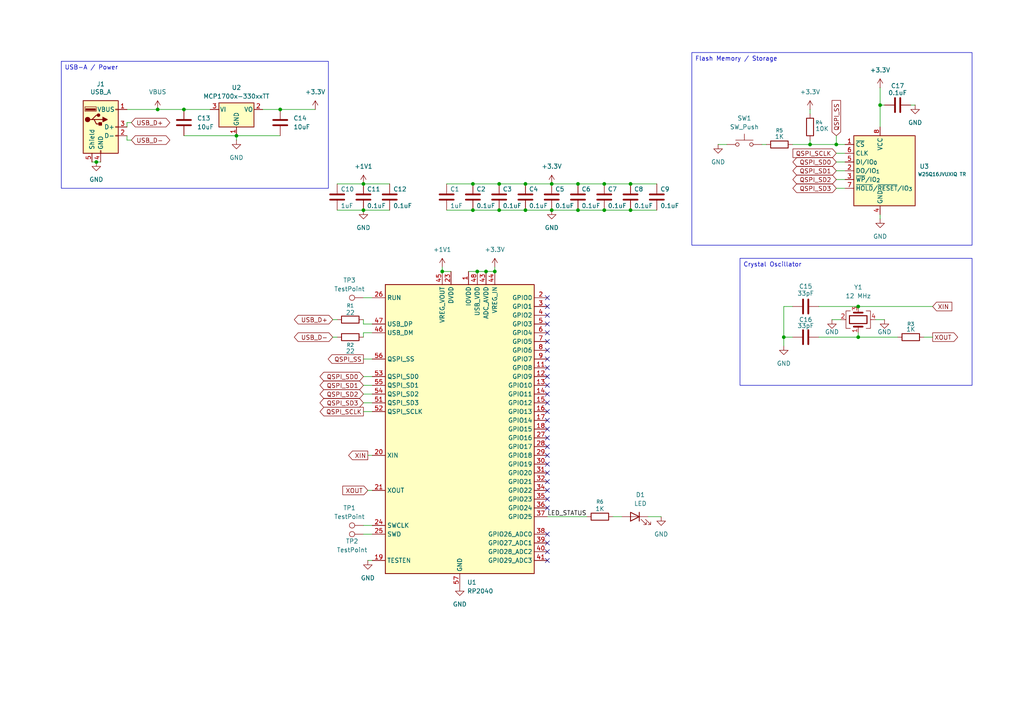
<source format=kicad_sch>
(kicad_sch
	(version 20250114)
	(generator "eeschema")
	(generator_version "9.0")
	(uuid "42e78d9b-3802-4964-9d86-4f1581d54b03")
	(paper "A4")
	(title_block
		(title "Red Ducky")
		(date "2025-12-10")
	)
	(lib_symbols
		(symbol "Connector:TestPoint"
			(pin_numbers
				(hide yes)
			)
			(pin_names
				(offset 0.762)
				(hide yes)
			)
			(exclude_from_sim no)
			(in_bom yes)
			(on_board yes)
			(property "Reference" "TP"
				(at 0 6.858 0)
				(effects
					(font
						(size 1.27 1.27)
					)
				)
			)
			(property "Value" "TestPoint"
				(at 0 5.08 0)
				(effects
					(font
						(size 1.27 1.27)
					)
				)
			)
			(property "Footprint" ""
				(at 5.08 0 0)
				(effects
					(font
						(size 1.27 1.27)
					)
					(hide yes)
				)
			)
			(property "Datasheet" "~"
				(at 5.08 0 0)
				(effects
					(font
						(size 1.27 1.27)
					)
					(hide yes)
				)
			)
			(property "Description" "test point"
				(at 0 0 0)
				(effects
					(font
						(size 1.27 1.27)
					)
					(hide yes)
				)
			)
			(property "ki_keywords" "test point tp"
				(at 0 0 0)
				(effects
					(font
						(size 1.27 1.27)
					)
					(hide yes)
				)
			)
			(property "ki_fp_filters" "Pin* Test*"
				(at 0 0 0)
				(effects
					(font
						(size 1.27 1.27)
					)
					(hide yes)
				)
			)
			(symbol "TestPoint_0_1"
				(circle
					(center 0 3.302)
					(radius 0.762)
					(stroke
						(width 0)
						(type default)
					)
					(fill
						(type none)
					)
				)
			)
			(symbol "TestPoint_1_1"
				(pin passive line
					(at 0 0 90)
					(length 2.54)
					(name "1"
						(effects
							(font
								(size 1.27 1.27)
							)
						)
					)
					(number "1"
						(effects
							(font
								(size 1.27 1.27)
							)
						)
					)
				)
			)
			(embedded_fonts no)
		)
		(symbol "Connector:USB_A"
			(pin_names
				(offset 1.016)
			)
			(exclude_from_sim no)
			(in_bom yes)
			(on_board yes)
			(property "Reference" "J"
				(at -5.08 11.43 0)
				(effects
					(font
						(size 1.27 1.27)
					)
					(justify left)
				)
			)
			(property "Value" "USB_A"
				(at -5.08 8.89 0)
				(effects
					(font
						(size 1.27 1.27)
					)
					(justify left)
				)
			)
			(property "Footprint" ""
				(at 3.81 -1.27 0)
				(effects
					(font
						(size 1.27 1.27)
					)
					(hide yes)
				)
			)
			(property "Datasheet" "~"
				(at 3.81 -1.27 0)
				(effects
					(font
						(size 1.27 1.27)
					)
					(hide yes)
				)
			)
			(property "Description" "USB Type A connector"
				(at 0 0 0)
				(effects
					(font
						(size 1.27 1.27)
					)
					(hide yes)
				)
			)
			(property "ki_keywords" "connector USB"
				(at 0 0 0)
				(effects
					(font
						(size 1.27 1.27)
					)
					(hide yes)
				)
			)
			(property "ki_fp_filters" "USB*"
				(at 0 0 0)
				(effects
					(font
						(size 1.27 1.27)
					)
					(hide yes)
				)
			)
			(symbol "USB_A_0_1"
				(rectangle
					(start -5.08 -7.62)
					(end 5.08 7.62)
					(stroke
						(width 0.254)
						(type default)
					)
					(fill
						(type background)
					)
				)
				(circle
					(center -3.81 2.159)
					(radius 0.635)
					(stroke
						(width 0.254)
						(type default)
					)
					(fill
						(type outline)
					)
				)
				(polyline
					(pts
						(xy -3.175 2.159) (xy -2.54 2.159) (xy -1.27 3.429) (xy -0.635 3.429)
					)
					(stroke
						(width 0.254)
						(type default)
					)
					(fill
						(type none)
					)
				)
				(polyline
					(pts
						(xy -2.54 2.159) (xy -1.905 2.159) (xy -1.27 0.889) (xy 0 0.889)
					)
					(stroke
						(width 0.254)
						(type default)
					)
					(fill
						(type none)
					)
				)
				(rectangle
					(start -1.524 4.826)
					(end -4.318 5.334)
					(stroke
						(width 0)
						(type default)
					)
					(fill
						(type outline)
					)
				)
				(rectangle
					(start -1.27 4.572)
					(end -4.572 5.842)
					(stroke
						(width 0)
						(type default)
					)
					(fill
						(type none)
					)
				)
				(circle
					(center -0.635 3.429)
					(radius 0.381)
					(stroke
						(width 0.254)
						(type default)
					)
					(fill
						(type outline)
					)
				)
				(rectangle
					(start -0.127 -7.62)
					(end 0.127 -6.858)
					(stroke
						(width 0)
						(type default)
					)
					(fill
						(type none)
					)
				)
				(rectangle
					(start 0.254 1.27)
					(end -0.508 0.508)
					(stroke
						(width 0.254)
						(type default)
					)
					(fill
						(type outline)
					)
				)
				(polyline
					(pts
						(xy 0.635 2.794) (xy 0.635 1.524) (xy 1.905 2.159) (xy 0.635 2.794)
					)
					(stroke
						(width 0.254)
						(type default)
					)
					(fill
						(type outline)
					)
				)
				(rectangle
					(start 5.08 4.953)
					(end 4.318 5.207)
					(stroke
						(width 0)
						(type default)
					)
					(fill
						(type none)
					)
				)
				(rectangle
					(start 5.08 -0.127)
					(end 4.318 0.127)
					(stroke
						(width 0)
						(type default)
					)
					(fill
						(type none)
					)
				)
				(rectangle
					(start 5.08 -2.667)
					(end 4.318 -2.413)
					(stroke
						(width 0)
						(type default)
					)
					(fill
						(type none)
					)
				)
			)
			(symbol "USB_A_1_1"
				(polyline
					(pts
						(xy -1.905 2.159) (xy 0.635 2.159)
					)
					(stroke
						(width 0.254)
						(type default)
					)
					(fill
						(type none)
					)
				)
				(pin passive line
					(at -2.54 -10.16 90)
					(length 2.54)
					(name "Shield"
						(effects
							(font
								(size 1.27 1.27)
							)
						)
					)
					(number "5"
						(effects
							(font
								(size 1.27 1.27)
							)
						)
					)
				)
				(pin power_in line
					(at 0 -10.16 90)
					(length 2.54)
					(name "GND"
						(effects
							(font
								(size 1.27 1.27)
							)
						)
					)
					(number "4"
						(effects
							(font
								(size 1.27 1.27)
							)
						)
					)
				)
				(pin power_in line
					(at 7.62 5.08 180)
					(length 2.54)
					(name "VBUS"
						(effects
							(font
								(size 1.27 1.27)
							)
						)
					)
					(number "1"
						(effects
							(font
								(size 1.27 1.27)
							)
						)
					)
				)
				(pin bidirectional line
					(at 7.62 0 180)
					(length 2.54)
					(name "D+"
						(effects
							(font
								(size 1.27 1.27)
							)
						)
					)
					(number "3"
						(effects
							(font
								(size 1.27 1.27)
							)
						)
					)
				)
				(pin bidirectional line
					(at 7.62 -2.54 180)
					(length 2.54)
					(name "D-"
						(effects
							(font
								(size 1.27 1.27)
							)
						)
					)
					(number "2"
						(effects
							(font
								(size 1.27 1.27)
							)
						)
					)
				)
			)
			(embedded_fonts no)
		)
		(symbol "Device:C"
			(pin_numbers
				(hide yes)
			)
			(pin_names
				(offset 0.254)
			)
			(exclude_from_sim no)
			(in_bom yes)
			(on_board yes)
			(property "Reference" "C"
				(at 0.635 2.54 0)
				(effects
					(font
						(size 1.27 1.27)
					)
					(justify left)
				)
			)
			(property "Value" "C"
				(at 0.635 -2.54 0)
				(effects
					(font
						(size 1.27 1.27)
					)
					(justify left)
				)
			)
			(property "Footprint" ""
				(at 0.9652 -3.81 0)
				(effects
					(font
						(size 1.27 1.27)
					)
					(hide yes)
				)
			)
			(property "Datasheet" "~"
				(at 0 0 0)
				(effects
					(font
						(size 1.27 1.27)
					)
					(hide yes)
				)
			)
			(property "Description" "Unpolarized capacitor"
				(at 0 0 0)
				(effects
					(font
						(size 1.27 1.27)
					)
					(hide yes)
				)
			)
			(property "ki_keywords" "cap capacitor"
				(at 0 0 0)
				(effects
					(font
						(size 1.27 1.27)
					)
					(hide yes)
				)
			)
			(property "ki_fp_filters" "C_*"
				(at 0 0 0)
				(effects
					(font
						(size 1.27 1.27)
					)
					(hide yes)
				)
			)
			(symbol "C_0_1"
				(polyline
					(pts
						(xy -2.032 0.762) (xy 2.032 0.762)
					)
					(stroke
						(width 0.508)
						(type default)
					)
					(fill
						(type none)
					)
				)
				(polyline
					(pts
						(xy -2.032 -0.762) (xy 2.032 -0.762)
					)
					(stroke
						(width 0.508)
						(type default)
					)
					(fill
						(type none)
					)
				)
			)
			(symbol "C_1_1"
				(pin passive line
					(at 0 3.81 270)
					(length 2.794)
					(name "~"
						(effects
							(font
								(size 1.27 1.27)
							)
						)
					)
					(number "1"
						(effects
							(font
								(size 1.27 1.27)
							)
						)
					)
				)
				(pin passive line
					(at 0 -3.81 90)
					(length 2.794)
					(name "~"
						(effects
							(font
								(size 1.27 1.27)
							)
						)
					)
					(number "2"
						(effects
							(font
								(size 1.27 1.27)
							)
						)
					)
				)
			)
			(embedded_fonts no)
		)
		(symbol "Device:Crystal_GND24"
			(pin_names
				(offset 1.016)
				(hide yes)
			)
			(exclude_from_sim no)
			(in_bom yes)
			(on_board yes)
			(property "Reference" "Y"
				(at 3.175 5.08 0)
				(effects
					(font
						(size 1.27 1.27)
					)
					(justify left)
				)
			)
			(property "Value" "Crystal_GND24"
				(at 3.175 3.175 0)
				(effects
					(font
						(size 1.27 1.27)
					)
					(justify left)
				)
			)
			(property "Footprint" ""
				(at 0 0 0)
				(effects
					(font
						(size 1.27 1.27)
					)
					(hide yes)
				)
			)
			(property "Datasheet" "~"
				(at 0 0 0)
				(effects
					(font
						(size 1.27 1.27)
					)
					(hide yes)
				)
			)
			(property "Description" "Four pin crystal, GND on pins 2 and 4"
				(at 0 0 0)
				(effects
					(font
						(size 1.27 1.27)
					)
					(hide yes)
				)
			)
			(property "ki_keywords" "quartz ceramic resonator oscillator"
				(at 0 0 0)
				(effects
					(font
						(size 1.27 1.27)
					)
					(hide yes)
				)
			)
			(property "ki_fp_filters" "Crystal*"
				(at 0 0 0)
				(effects
					(font
						(size 1.27 1.27)
					)
					(hide yes)
				)
			)
			(symbol "Crystal_GND24_0_1"
				(polyline
					(pts
						(xy -2.54 2.286) (xy -2.54 3.556) (xy 2.54 3.556) (xy 2.54 2.286)
					)
					(stroke
						(width 0)
						(type default)
					)
					(fill
						(type none)
					)
				)
				(polyline
					(pts
						(xy -2.54 0) (xy -2.032 0)
					)
					(stroke
						(width 0)
						(type default)
					)
					(fill
						(type none)
					)
				)
				(polyline
					(pts
						(xy -2.54 -2.286) (xy -2.54 -3.556) (xy 2.54 -3.556) (xy 2.54 -2.286)
					)
					(stroke
						(width 0)
						(type default)
					)
					(fill
						(type none)
					)
				)
				(polyline
					(pts
						(xy -2.032 -1.27) (xy -2.032 1.27)
					)
					(stroke
						(width 0.508)
						(type default)
					)
					(fill
						(type none)
					)
				)
				(rectangle
					(start -1.143 2.54)
					(end 1.143 -2.54)
					(stroke
						(width 0.3048)
						(type default)
					)
					(fill
						(type none)
					)
				)
				(polyline
					(pts
						(xy 0 3.556) (xy 0 3.81)
					)
					(stroke
						(width 0)
						(type default)
					)
					(fill
						(type none)
					)
				)
				(polyline
					(pts
						(xy 0 -3.81) (xy 0 -3.556)
					)
					(stroke
						(width 0)
						(type default)
					)
					(fill
						(type none)
					)
				)
				(polyline
					(pts
						(xy 2.032 0) (xy 2.54 0)
					)
					(stroke
						(width 0)
						(type default)
					)
					(fill
						(type none)
					)
				)
				(polyline
					(pts
						(xy 2.032 -1.27) (xy 2.032 1.27)
					)
					(stroke
						(width 0.508)
						(type default)
					)
					(fill
						(type none)
					)
				)
			)
			(symbol "Crystal_GND24_1_1"
				(pin passive line
					(at -3.81 0 0)
					(length 1.27)
					(name "1"
						(effects
							(font
								(size 1.27 1.27)
							)
						)
					)
					(number "1"
						(effects
							(font
								(size 1.27 1.27)
							)
						)
					)
				)
				(pin passive line
					(at 0 5.08 270)
					(length 1.27)
					(name "2"
						(effects
							(font
								(size 1.27 1.27)
							)
						)
					)
					(number "2"
						(effects
							(font
								(size 1.27 1.27)
							)
						)
					)
				)
				(pin passive line
					(at 0 -5.08 90)
					(length 1.27)
					(name "4"
						(effects
							(font
								(size 1.27 1.27)
							)
						)
					)
					(number "4"
						(effects
							(font
								(size 1.27 1.27)
							)
						)
					)
				)
				(pin passive line
					(at 3.81 0 180)
					(length 1.27)
					(name "3"
						(effects
							(font
								(size 1.27 1.27)
							)
						)
					)
					(number "3"
						(effects
							(font
								(size 1.27 1.27)
							)
						)
					)
				)
			)
			(embedded_fonts no)
		)
		(symbol "Device:LED"
			(pin_numbers
				(hide yes)
			)
			(pin_names
				(offset 1.016)
				(hide yes)
			)
			(exclude_from_sim no)
			(in_bom yes)
			(on_board yes)
			(property "Reference" "D"
				(at 0 2.54 0)
				(effects
					(font
						(size 1.27 1.27)
					)
				)
			)
			(property "Value" "LED"
				(at 0 -2.54 0)
				(effects
					(font
						(size 1.27 1.27)
					)
				)
			)
			(property "Footprint" ""
				(at 0 0 0)
				(effects
					(font
						(size 1.27 1.27)
					)
					(hide yes)
				)
			)
			(property "Datasheet" "~"
				(at 0 0 0)
				(effects
					(font
						(size 1.27 1.27)
					)
					(hide yes)
				)
			)
			(property "Description" "Light emitting diode"
				(at 0 0 0)
				(effects
					(font
						(size 1.27 1.27)
					)
					(hide yes)
				)
			)
			(property "Sim.Pins" "1=K 2=A"
				(at 0 0 0)
				(effects
					(font
						(size 1.27 1.27)
					)
					(hide yes)
				)
			)
			(property "ki_keywords" "LED diode"
				(at 0 0 0)
				(effects
					(font
						(size 1.27 1.27)
					)
					(hide yes)
				)
			)
			(property "ki_fp_filters" "LED* LED_SMD:* LED_THT:*"
				(at 0 0 0)
				(effects
					(font
						(size 1.27 1.27)
					)
					(hide yes)
				)
			)
			(symbol "LED_0_1"
				(polyline
					(pts
						(xy -3.048 -0.762) (xy -4.572 -2.286) (xy -3.81 -2.286) (xy -4.572 -2.286) (xy -4.572 -1.524)
					)
					(stroke
						(width 0)
						(type default)
					)
					(fill
						(type none)
					)
				)
				(polyline
					(pts
						(xy -1.778 -0.762) (xy -3.302 -2.286) (xy -2.54 -2.286) (xy -3.302 -2.286) (xy -3.302 -1.524)
					)
					(stroke
						(width 0)
						(type default)
					)
					(fill
						(type none)
					)
				)
				(polyline
					(pts
						(xy -1.27 0) (xy 1.27 0)
					)
					(stroke
						(width 0)
						(type default)
					)
					(fill
						(type none)
					)
				)
				(polyline
					(pts
						(xy -1.27 -1.27) (xy -1.27 1.27)
					)
					(stroke
						(width 0.254)
						(type default)
					)
					(fill
						(type none)
					)
				)
				(polyline
					(pts
						(xy 1.27 -1.27) (xy 1.27 1.27) (xy -1.27 0) (xy 1.27 -1.27)
					)
					(stroke
						(width 0.254)
						(type default)
					)
					(fill
						(type none)
					)
				)
			)
			(symbol "LED_1_1"
				(pin passive line
					(at -3.81 0 0)
					(length 2.54)
					(name "K"
						(effects
							(font
								(size 1.27 1.27)
							)
						)
					)
					(number "1"
						(effects
							(font
								(size 1.27 1.27)
							)
						)
					)
				)
				(pin passive line
					(at 3.81 0 180)
					(length 2.54)
					(name "A"
						(effects
							(font
								(size 1.27 1.27)
							)
						)
					)
					(number "2"
						(effects
							(font
								(size 1.27 1.27)
							)
						)
					)
				)
			)
			(embedded_fonts no)
		)
		(symbol "Device:R"
			(pin_numbers
				(hide yes)
			)
			(pin_names
				(offset 0)
			)
			(exclude_from_sim no)
			(in_bom yes)
			(on_board yes)
			(property "Reference" "R"
				(at 2.032 0 90)
				(effects
					(font
						(size 1.27 1.27)
					)
				)
			)
			(property "Value" "R"
				(at 0 0 90)
				(effects
					(font
						(size 1.27 1.27)
					)
				)
			)
			(property "Footprint" ""
				(at -1.778 0 90)
				(effects
					(font
						(size 1.27 1.27)
					)
					(hide yes)
				)
			)
			(property "Datasheet" "~"
				(at 0 0 0)
				(effects
					(font
						(size 1.27 1.27)
					)
					(hide yes)
				)
			)
			(property "Description" "Resistor"
				(at 0 0 0)
				(effects
					(font
						(size 1.27 1.27)
					)
					(hide yes)
				)
			)
			(property "ki_keywords" "R res resistor"
				(at 0 0 0)
				(effects
					(font
						(size 1.27 1.27)
					)
					(hide yes)
				)
			)
			(property "ki_fp_filters" "R_*"
				(at 0 0 0)
				(effects
					(font
						(size 1.27 1.27)
					)
					(hide yes)
				)
			)
			(symbol "R_0_1"
				(rectangle
					(start -1.016 -2.54)
					(end 1.016 2.54)
					(stroke
						(width 0.254)
						(type default)
					)
					(fill
						(type none)
					)
				)
			)
			(symbol "R_1_1"
				(pin passive line
					(at 0 3.81 270)
					(length 1.27)
					(name "~"
						(effects
							(font
								(size 1.27 1.27)
							)
						)
					)
					(number "1"
						(effects
							(font
								(size 1.27 1.27)
							)
						)
					)
				)
				(pin passive line
					(at 0 -3.81 90)
					(length 1.27)
					(name "~"
						(effects
							(font
								(size 1.27 1.27)
							)
						)
					)
					(number "2"
						(effects
							(font
								(size 1.27 1.27)
							)
						)
					)
				)
			)
			(embedded_fonts no)
		)
		(symbol "MCU_RaspberryPi:RP2040"
			(exclude_from_sim no)
			(in_bom yes)
			(on_board yes)
			(property "Reference" "U"
				(at 17.78 45.72 0)
				(effects
					(font
						(size 1.27 1.27)
					)
				)
			)
			(property "Value" "RP2040"
				(at 17.78 43.18 0)
				(effects
					(font
						(size 1.27 1.27)
					)
				)
			)
			(property "Footprint" "Package_DFN_QFN:QFN-56-1EP_7x7mm_P0.4mm_EP3.2x3.2mm"
				(at 0 0 0)
				(effects
					(font
						(size 1.27 1.27)
					)
					(hide yes)
				)
			)
			(property "Datasheet" "https://datasheets.raspberrypi.com/rp2040/rp2040-datasheet.pdf"
				(at 0 0 0)
				(effects
					(font
						(size 1.27 1.27)
					)
					(hide yes)
				)
			)
			(property "Description" "A microcontroller by Raspberry Pi"
				(at 0 0 0)
				(effects
					(font
						(size 1.27 1.27)
					)
					(hide yes)
				)
			)
			(property "ki_keywords" "RP2040 ARM Cortex-M0+ USB"
				(at 0 0 0)
				(effects
					(font
						(size 1.27 1.27)
					)
					(hide yes)
				)
			)
			(property "ki_fp_filters" "QFN*1EP*7x7mm?P0.4mm*"
				(at 0 0 0)
				(effects
					(font
						(size 1.27 1.27)
					)
					(hide yes)
				)
			)
			(symbol "RP2040_0_1"
				(rectangle
					(start -21.59 41.91)
					(end 21.59 -41.91)
					(stroke
						(width 0.254)
						(type default)
					)
					(fill
						(type background)
					)
				)
			)
			(symbol "RP2040_1_1"
				(pin input line
					(at -25.4 38.1 0)
					(length 3.81)
					(name "RUN"
						(effects
							(font
								(size 1.27 1.27)
							)
						)
					)
					(number "26"
						(effects
							(font
								(size 1.27 1.27)
							)
						)
					)
				)
				(pin bidirectional line
					(at -25.4 30.48 0)
					(length 3.81)
					(name "USB_DP"
						(effects
							(font
								(size 1.27 1.27)
							)
						)
					)
					(number "47"
						(effects
							(font
								(size 1.27 1.27)
							)
						)
					)
				)
				(pin bidirectional line
					(at -25.4 27.94 0)
					(length 3.81)
					(name "USB_DM"
						(effects
							(font
								(size 1.27 1.27)
							)
						)
					)
					(number "46"
						(effects
							(font
								(size 1.27 1.27)
							)
						)
					)
				)
				(pin bidirectional line
					(at -25.4 20.32 0)
					(length 3.81)
					(name "QSPI_SS"
						(effects
							(font
								(size 1.27 1.27)
							)
						)
					)
					(number "56"
						(effects
							(font
								(size 1.27 1.27)
							)
						)
					)
				)
				(pin bidirectional line
					(at -25.4 15.24 0)
					(length 3.81)
					(name "QSPI_SD0"
						(effects
							(font
								(size 1.27 1.27)
							)
						)
					)
					(number "53"
						(effects
							(font
								(size 1.27 1.27)
							)
						)
					)
				)
				(pin bidirectional line
					(at -25.4 12.7 0)
					(length 3.81)
					(name "QSPI_SD1"
						(effects
							(font
								(size 1.27 1.27)
							)
						)
					)
					(number "55"
						(effects
							(font
								(size 1.27 1.27)
							)
						)
					)
				)
				(pin bidirectional line
					(at -25.4 10.16 0)
					(length 3.81)
					(name "QSPI_SD2"
						(effects
							(font
								(size 1.27 1.27)
							)
						)
					)
					(number "54"
						(effects
							(font
								(size 1.27 1.27)
							)
						)
					)
				)
				(pin bidirectional line
					(at -25.4 7.62 0)
					(length 3.81)
					(name "QSPI_SD3"
						(effects
							(font
								(size 1.27 1.27)
							)
						)
					)
					(number "51"
						(effects
							(font
								(size 1.27 1.27)
							)
						)
					)
				)
				(pin output line
					(at -25.4 5.08 0)
					(length 3.81)
					(name "QSPI_SCLK"
						(effects
							(font
								(size 1.27 1.27)
							)
						)
					)
					(number "52"
						(effects
							(font
								(size 1.27 1.27)
							)
						)
					)
				)
				(pin input line
					(at -25.4 -7.62 0)
					(length 3.81)
					(name "XIN"
						(effects
							(font
								(size 1.27 1.27)
							)
						)
					)
					(number "20"
						(effects
							(font
								(size 1.27 1.27)
							)
						)
					)
				)
				(pin passive line
					(at -25.4 -17.78 0)
					(length 3.81)
					(name "XOUT"
						(effects
							(font
								(size 1.27 1.27)
							)
						)
					)
					(number "21"
						(effects
							(font
								(size 1.27 1.27)
							)
						)
					)
				)
				(pin input line
					(at -25.4 -27.94 0)
					(length 3.81)
					(name "SWCLK"
						(effects
							(font
								(size 1.27 1.27)
							)
						)
					)
					(number "24"
						(effects
							(font
								(size 1.27 1.27)
							)
						)
					)
				)
				(pin bidirectional line
					(at -25.4 -30.48 0)
					(length 3.81)
					(name "SWD"
						(effects
							(font
								(size 1.27 1.27)
							)
						)
					)
					(number "25"
						(effects
							(font
								(size 1.27 1.27)
							)
						)
					)
				)
				(pin input line
					(at -25.4 -38.1 0)
					(length 3.81)
					(name "TESTEN"
						(effects
							(font
								(size 1.27 1.27)
							)
						)
					)
					(number "19"
						(effects
							(font
								(size 1.27 1.27)
							)
						)
					)
				)
				(pin power_out line
					(at -5.08 45.72 270)
					(length 3.81)
					(name "VREG_VOUT"
						(effects
							(font
								(size 1.27 1.27)
							)
						)
					)
					(number "45"
						(effects
							(font
								(size 1.27 1.27)
							)
						)
					)
				)
				(pin power_in line
					(at -2.54 45.72 270)
					(length 3.81)
					(name "DVDD"
						(effects
							(font
								(size 1.27 1.27)
							)
						)
					)
					(number "23"
						(effects
							(font
								(size 1.27 1.27)
							)
						)
					)
				)
				(pin passive line
					(at -2.54 45.72 270)
					(length 3.81)
					(hide yes)
					(name "DVDD"
						(effects
							(font
								(size 1.27 1.27)
							)
						)
					)
					(number "50"
						(effects
							(font
								(size 1.27 1.27)
							)
						)
					)
				)
				(pin power_in line
					(at 0 -45.72 90)
					(length 3.81)
					(name "GND"
						(effects
							(font
								(size 1.27 1.27)
							)
						)
					)
					(number "57"
						(effects
							(font
								(size 1.27 1.27)
							)
						)
					)
				)
				(pin power_in line
					(at 2.54 45.72 270)
					(length 3.81)
					(name "IOVDD"
						(effects
							(font
								(size 1.27 1.27)
							)
						)
					)
					(number "1"
						(effects
							(font
								(size 1.27 1.27)
							)
						)
					)
				)
				(pin passive line
					(at 2.54 45.72 270)
					(length 3.81)
					(hide yes)
					(name "IOVDD"
						(effects
							(font
								(size 1.27 1.27)
							)
						)
					)
					(number "10"
						(effects
							(font
								(size 1.27 1.27)
							)
						)
					)
				)
				(pin passive line
					(at 2.54 45.72 270)
					(length 3.81)
					(hide yes)
					(name "IOVDD"
						(effects
							(font
								(size 1.27 1.27)
							)
						)
					)
					(number "22"
						(effects
							(font
								(size 1.27 1.27)
							)
						)
					)
				)
				(pin passive line
					(at 2.54 45.72 270)
					(length 3.81)
					(hide yes)
					(name "IOVDD"
						(effects
							(font
								(size 1.27 1.27)
							)
						)
					)
					(number "33"
						(effects
							(font
								(size 1.27 1.27)
							)
						)
					)
				)
				(pin passive line
					(at 2.54 45.72 270)
					(length 3.81)
					(hide yes)
					(name "IOVDD"
						(effects
							(font
								(size 1.27 1.27)
							)
						)
					)
					(number "42"
						(effects
							(font
								(size 1.27 1.27)
							)
						)
					)
				)
				(pin passive line
					(at 2.54 45.72 270)
					(length 3.81)
					(hide yes)
					(name "IOVDD"
						(effects
							(font
								(size 1.27 1.27)
							)
						)
					)
					(number "49"
						(effects
							(font
								(size 1.27 1.27)
							)
						)
					)
				)
				(pin power_in line
					(at 5.08 45.72 270)
					(length 3.81)
					(name "USB_VDD"
						(effects
							(font
								(size 1.27 1.27)
							)
						)
					)
					(number "48"
						(effects
							(font
								(size 1.27 1.27)
							)
						)
					)
				)
				(pin power_in line
					(at 7.62 45.72 270)
					(length 3.81)
					(name "ADC_AVDD"
						(effects
							(font
								(size 1.27 1.27)
							)
						)
					)
					(number "43"
						(effects
							(font
								(size 1.27 1.27)
							)
						)
					)
				)
				(pin power_in line
					(at 10.16 45.72 270)
					(length 3.81)
					(name "VREG_IN"
						(effects
							(font
								(size 1.27 1.27)
							)
						)
					)
					(number "44"
						(effects
							(font
								(size 1.27 1.27)
							)
						)
					)
				)
				(pin bidirectional line
					(at 25.4 38.1 180)
					(length 3.81)
					(name "GPIO0"
						(effects
							(font
								(size 1.27 1.27)
							)
						)
					)
					(number "2"
						(effects
							(font
								(size 1.27 1.27)
							)
						)
					)
				)
				(pin bidirectional line
					(at 25.4 35.56 180)
					(length 3.81)
					(name "GPIO1"
						(effects
							(font
								(size 1.27 1.27)
							)
						)
					)
					(number "3"
						(effects
							(font
								(size 1.27 1.27)
							)
						)
					)
				)
				(pin bidirectional line
					(at 25.4 33.02 180)
					(length 3.81)
					(name "GPIO2"
						(effects
							(font
								(size 1.27 1.27)
							)
						)
					)
					(number "4"
						(effects
							(font
								(size 1.27 1.27)
							)
						)
					)
				)
				(pin bidirectional line
					(at 25.4 30.48 180)
					(length 3.81)
					(name "GPIO3"
						(effects
							(font
								(size 1.27 1.27)
							)
						)
					)
					(number "5"
						(effects
							(font
								(size 1.27 1.27)
							)
						)
					)
				)
				(pin bidirectional line
					(at 25.4 27.94 180)
					(length 3.81)
					(name "GPIO4"
						(effects
							(font
								(size 1.27 1.27)
							)
						)
					)
					(number "6"
						(effects
							(font
								(size 1.27 1.27)
							)
						)
					)
				)
				(pin bidirectional line
					(at 25.4 25.4 180)
					(length 3.81)
					(name "GPIO5"
						(effects
							(font
								(size 1.27 1.27)
							)
						)
					)
					(number "7"
						(effects
							(font
								(size 1.27 1.27)
							)
						)
					)
				)
				(pin bidirectional line
					(at 25.4 22.86 180)
					(length 3.81)
					(name "GPIO6"
						(effects
							(font
								(size 1.27 1.27)
							)
						)
					)
					(number "8"
						(effects
							(font
								(size 1.27 1.27)
							)
						)
					)
				)
				(pin bidirectional line
					(at 25.4 20.32 180)
					(length 3.81)
					(name "GPIO7"
						(effects
							(font
								(size 1.27 1.27)
							)
						)
					)
					(number "9"
						(effects
							(font
								(size 1.27 1.27)
							)
						)
					)
				)
				(pin bidirectional line
					(at 25.4 17.78 180)
					(length 3.81)
					(name "GPIO8"
						(effects
							(font
								(size 1.27 1.27)
							)
						)
					)
					(number "11"
						(effects
							(font
								(size 1.27 1.27)
							)
						)
					)
				)
				(pin bidirectional line
					(at 25.4 15.24 180)
					(length 3.81)
					(name "GPIO9"
						(effects
							(font
								(size 1.27 1.27)
							)
						)
					)
					(number "12"
						(effects
							(font
								(size 1.27 1.27)
							)
						)
					)
				)
				(pin bidirectional line
					(at 25.4 12.7 180)
					(length 3.81)
					(name "GPIO10"
						(effects
							(font
								(size 1.27 1.27)
							)
						)
					)
					(number "13"
						(effects
							(font
								(size 1.27 1.27)
							)
						)
					)
				)
				(pin bidirectional line
					(at 25.4 10.16 180)
					(length 3.81)
					(name "GPIO11"
						(effects
							(font
								(size 1.27 1.27)
							)
						)
					)
					(number "14"
						(effects
							(font
								(size 1.27 1.27)
							)
						)
					)
				)
				(pin bidirectional line
					(at 25.4 7.62 180)
					(length 3.81)
					(name "GPIO12"
						(effects
							(font
								(size 1.27 1.27)
							)
						)
					)
					(number "15"
						(effects
							(font
								(size 1.27 1.27)
							)
						)
					)
				)
				(pin bidirectional line
					(at 25.4 5.08 180)
					(length 3.81)
					(name "GPIO13"
						(effects
							(font
								(size 1.27 1.27)
							)
						)
					)
					(number "16"
						(effects
							(font
								(size 1.27 1.27)
							)
						)
					)
				)
				(pin bidirectional line
					(at 25.4 2.54 180)
					(length 3.81)
					(name "GPIO14"
						(effects
							(font
								(size 1.27 1.27)
							)
						)
					)
					(number "17"
						(effects
							(font
								(size 1.27 1.27)
							)
						)
					)
				)
				(pin bidirectional line
					(at 25.4 0 180)
					(length 3.81)
					(name "GPIO15"
						(effects
							(font
								(size 1.27 1.27)
							)
						)
					)
					(number "18"
						(effects
							(font
								(size 1.27 1.27)
							)
						)
					)
				)
				(pin bidirectional line
					(at 25.4 -2.54 180)
					(length 3.81)
					(name "GPIO16"
						(effects
							(font
								(size 1.27 1.27)
							)
						)
					)
					(number "27"
						(effects
							(font
								(size 1.27 1.27)
							)
						)
					)
				)
				(pin bidirectional line
					(at 25.4 -5.08 180)
					(length 3.81)
					(name "GPIO17"
						(effects
							(font
								(size 1.27 1.27)
							)
						)
					)
					(number "28"
						(effects
							(font
								(size 1.27 1.27)
							)
						)
					)
				)
				(pin bidirectional line
					(at 25.4 -7.62 180)
					(length 3.81)
					(name "GPIO18"
						(effects
							(font
								(size 1.27 1.27)
							)
						)
					)
					(number "29"
						(effects
							(font
								(size 1.27 1.27)
							)
						)
					)
				)
				(pin bidirectional line
					(at 25.4 -10.16 180)
					(length 3.81)
					(name "GPIO19"
						(effects
							(font
								(size 1.27 1.27)
							)
						)
					)
					(number "30"
						(effects
							(font
								(size 1.27 1.27)
							)
						)
					)
				)
				(pin bidirectional line
					(at 25.4 -12.7 180)
					(length 3.81)
					(name "GPIO20"
						(effects
							(font
								(size 1.27 1.27)
							)
						)
					)
					(number "31"
						(effects
							(font
								(size 1.27 1.27)
							)
						)
					)
				)
				(pin bidirectional line
					(at 25.4 -15.24 180)
					(length 3.81)
					(name "GPIO21"
						(effects
							(font
								(size 1.27 1.27)
							)
						)
					)
					(number "32"
						(effects
							(font
								(size 1.27 1.27)
							)
						)
					)
				)
				(pin bidirectional line
					(at 25.4 -17.78 180)
					(length 3.81)
					(name "GPIO22"
						(effects
							(font
								(size 1.27 1.27)
							)
						)
					)
					(number "34"
						(effects
							(font
								(size 1.27 1.27)
							)
						)
					)
				)
				(pin bidirectional line
					(at 25.4 -20.32 180)
					(length 3.81)
					(name "GPIO23"
						(effects
							(font
								(size 1.27 1.27)
							)
						)
					)
					(number "35"
						(effects
							(font
								(size 1.27 1.27)
							)
						)
					)
				)
				(pin bidirectional line
					(at 25.4 -22.86 180)
					(length 3.81)
					(name "GPIO24"
						(effects
							(font
								(size 1.27 1.27)
							)
						)
					)
					(number "36"
						(effects
							(font
								(size 1.27 1.27)
							)
						)
					)
				)
				(pin bidirectional line
					(at 25.4 -25.4 180)
					(length 3.81)
					(name "GPIO25"
						(effects
							(font
								(size 1.27 1.27)
							)
						)
					)
					(number "37"
						(effects
							(font
								(size 1.27 1.27)
							)
						)
					)
				)
				(pin bidirectional line
					(at 25.4 -30.48 180)
					(length 3.81)
					(name "GPIO26_ADC0"
						(effects
							(font
								(size 1.27 1.27)
							)
						)
					)
					(number "38"
						(effects
							(font
								(size 1.27 1.27)
							)
						)
					)
				)
				(pin bidirectional line
					(at 25.4 -33.02 180)
					(length 3.81)
					(name "GPIO27_ADC1"
						(effects
							(font
								(size 1.27 1.27)
							)
						)
					)
					(number "39"
						(effects
							(font
								(size 1.27 1.27)
							)
						)
					)
				)
				(pin bidirectional line
					(at 25.4 -35.56 180)
					(length 3.81)
					(name "GPIO28_ADC2"
						(effects
							(font
								(size 1.27 1.27)
							)
						)
					)
					(number "40"
						(effects
							(font
								(size 1.27 1.27)
							)
						)
					)
				)
				(pin bidirectional line
					(at 25.4 -38.1 180)
					(length 3.81)
					(name "GPIO29_ADC3"
						(effects
							(font
								(size 1.27 1.27)
							)
						)
					)
					(number "41"
						(effects
							(font
								(size 1.27 1.27)
							)
						)
					)
				)
			)
			(embedded_fonts no)
		)
		(symbol "Memory_Flash:W25Q128JVS"
			(exclude_from_sim no)
			(in_bom yes)
			(on_board yes)
			(property "Reference" "U"
				(at -6.35 11.43 0)
				(effects
					(font
						(size 1.27 1.27)
					)
				)
			)
			(property "Value" "W25Q128JVS"
				(at 7.62 11.43 0)
				(effects
					(font
						(size 1.27 1.27)
					)
				)
			)
			(property "Footprint" "Package_SO:SOIC-8_5.3x5.3mm_P1.27mm"
				(at 0 22.86 0)
				(effects
					(font
						(size 1.27 1.27)
					)
					(hide yes)
				)
			)
			(property "Datasheet" "https://www.winbond.com/resource-files/w25q128jv_dtr%20revc%2003272018%20plus.pdf"
				(at 0 25.4 0)
				(effects
					(font
						(size 1.27 1.27)
					)
					(hide yes)
				)
			)
			(property "Description" "128Mbit / 16MiB Serial Flash Memory, Standard/Dual/Quad SPI, 2.7-3.6V, SOIC-8"
				(at 0 27.94 0)
				(effects
					(font
						(size 1.27 1.27)
					)
					(hide yes)
				)
			)
			(property "ki_keywords" "flash memory SPI QPI DTR"
				(at 0 0 0)
				(effects
					(font
						(size 1.27 1.27)
					)
					(hide yes)
				)
			)
			(property "ki_fp_filters" "*SOIC*5.3x5.3mm*P1.27mm*"
				(at 0 0 0)
				(effects
					(font
						(size 1.27 1.27)
					)
					(hide yes)
				)
			)
			(symbol "W25Q128JVS_0_1"
				(rectangle
					(start -7.62 10.16)
					(end 10.16 -10.16)
					(stroke
						(width 0.254)
						(type default)
					)
					(fill
						(type background)
					)
				)
			)
			(symbol "W25Q128JVS_1_1"
				(pin input line
					(at -10.16 7.62 0)
					(length 2.54)
					(name "~{CS}"
						(effects
							(font
								(size 1.27 1.27)
							)
						)
					)
					(number "1"
						(effects
							(font
								(size 1.27 1.27)
							)
						)
					)
				)
				(pin input line
					(at -10.16 5.08 0)
					(length 2.54)
					(name "CLK"
						(effects
							(font
								(size 1.27 1.27)
							)
						)
					)
					(number "6"
						(effects
							(font
								(size 1.27 1.27)
							)
						)
					)
				)
				(pin bidirectional line
					(at -10.16 2.54 0)
					(length 2.54)
					(name "DI/IO_{0}"
						(effects
							(font
								(size 1.27 1.27)
							)
						)
					)
					(number "5"
						(effects
							(font
								(size 1.27 1.27)
							)
						)
					)
				)
				(pin bidirectional line
					(at -10.16 0 0)
					(length 2.54)
					(name "DO/IO_{1}"
						(effects
							(font
								(size 1.27 1.27)
							)
						)
					)
					(number "2"
						(effects
							(font
								(size 1.27 1.27)
							)
						)
					)
				)
				(pin bidirectional line
					(at -10.16 -2.54 0)
					(length 2.54)
					(name "~{WP}/IO_{2}"
						(effects
							(font
								(size 1.27 1.27)
							)
						)
					)
					(number "3"
						(effects
							(font
								(size 1.27 1.27)
							)
						)
					)
				)
				(pin bidirectional line
					(at -10.16 -5.08 0)
					(length 2.54)
					(name "~{HOLD}/~{RESET}/IO_{3}"
						(effects
							(font
								(size 1.27 1.27)
							)
						)
					)
					(number "7"
						(effects
							(font
								(size 1.27 1.27)
							)
						)
					)
				)
				(pin power_in line
					(at 0 12.7 270)
					(length 2.54)
					(name "VCC"
						(effects
							(font
								(size 1.27 1.27)
							)
						)
					)
					(number "8"
						(effects
							(font
								(size 1.27 1.27)
							)
						)
					)
				)
				(pin power_in line
					(at 0 -12.7 90)
					(length 2.54)
					(name "GND"
						(effects
							(font
								(size 1.27 1.27)
							)
						)
					)
					(number "4"
						(effects
							(font
								(size 1.27 1.27)
							)
						)
					)
				)
			)
			(embedded_fonts no)
		)
		(symbol "Regulator_Linear:MCP1700x-330xxTT"
			(pin_names
				(offset 0.254)
			)
			(exclude_from_sim no)
			(in_bom yes)
			(on_board yes)
			(property "Reference" "U"
				(at -3.81 3.175 0)
				(effects
					(font
						(size 1.27 1.27)
					)
				)
			)
			(property "Value" "MCP1700x-330xxTT"
				(at 0 3.175 0)
				(effects
					(font
						(size 1.27 1.27)
					)
					(justify left)
				)
			)
			(property "Footprint" "Package_TO_SOT_SMD:SOT-23"
				(at 0 5.715 0)
				(effects
					(font
						(size 1.27 1.27)
					)
					(hide yes)
				)
			)
			(property "Datasheet" "http://ww1.microchip.com/downloads/en/DeviceDoc/20001826D.pdf"
				(at 0 0 0)
				(effects
					(font
						(size 1.27 1.27)
					)
					(hide yes)
				)
			)
			(property "Description" "250mA Low Quiscent Current LDO, 3.3V output, SOT-23"
				(at 0 0 0)
				(effects
					(font
						(size 1.27 1.27)
					)
					(hide yes)
				)
			)
			(property "ki_keywords" "regulator linear ldo"
				(at 0 0 0)
				(effects
					(font
						(size 1.27 1.27)
					)
					(hide yes)
				)
			)
			(property "ki_fp_filters" "SOT?23*"
				(at 0 0 0)
				(effects
					(font
						(size 1.27 1.27)
					)
					(hide yes)
				)
			)
			(symbol "MCP1700x-330xxTT_0_1"
				(rectangle
					(start -5.08 1.905)
					(end 5.08 -5.08)
					(stroke
						(width 0.254)
						(type default)
					)
					(fill
						(type background)
					)
				)
			)
			(symbol "MCP1700x-330xxTT_1_1"
				(pin power_in line
					(at -7.62 0 0)
					(length 2.54)
					(name "VI"
						(effects
							(font
								(size 1.27 1.27)
							)
						)
					)
					(number "3"
						(effects
							(font
								(size 1.27 1.27)
							)
						)
					)
				)
				(pin power_in line
					(at 0 -7.62 90)
					(length 2.54)
					(name "GND"
						(effects
							(font
								(size 1.27 1.27)
							)
						)
					)
					(number "1"
						(effects
							(font
								(size 1.27 1.27)
							)
						)
					)
				)
				(pin power_out line
					(at 7.62 0 180)
					(length 2.54)
					(name "VO"
						(effects
							(font
								(size 1.27 1.27)
							)
						)
					)
					(number "2"
						(effects
							(font
								(size 1.27 1.27)
							)
						)
					)
				)
			)
			(embedded_fonts no)
		)
		(symbol "Switch:SW_Push"
			(pin_numbers
				(hide yes)
			)
			(pin_names
				(offset 1.016)
				(hide yes)
			)
			(exclude_from_sim no)
			(in_bom yes)
			(on_board yes)
			(property "Reference" "SW"
				(at 1.27 2.54 0)
				(effects
					(font
						(size 1.27 1.27)
					)
					(justify left)
				)
			)
			(property "Value" "SW_Push"
				(at 0 -1.524 0)
				(effects
					(font
						(size 1.27 1.27)
					)
				)
			)
			(property "Footprint" ""
				(at 0 5.08 0)
				(effects
					(font
						(size 1.27 1.27)
					)
					(hide yes)
				)
			)
			(property "Datasheet" "~"
				(at 0 5.08 0)
				(effects
					(font
						(size 1.27 1.27)
					)
					(hide yes)
				)
			)
			(property "Description" "Push button switch, generic, two pins"
				(at 0 0 0)
				(effects
					(font
						(size 1.27 1.27)
					)
					(hide yes)
				)
			)
			(property "ki_keywords" "switch normally-open pushbutton push-button"
				(at 0 0 0)
				(effects
					(font
						(size 1.27 1.27)
					)
					(hide yes)
				)
			)
			(symbol "SW_Push_0_1"
				(circle
					(center -2.032 0)
					(radius 0.508)
					(stroke
						(width 0)
						(type default)
					)
					(fill
						(type none)
					)
				)
				(polyline
					(pts
						(xy 0 1.27) (xy 0 3.048)
					)
					(stroke
						(width 0)
						(type default)
					)
					(fill
						(type none)
					)
				)
				(circle
					(center 2.032 0)
					(radius 0.508)
					(stroke
						(width 0)
						(type default)
					)
					(fill
						(type none)
					)
				)
				(polyline
					(pts
						(xy 2.54 1.27) (xy -2.54 1.27)
					)
					(stroke
						(width 0)
						(type default)
					)
					(fill
						(type none)
					)
				)
				(pin passive line
					(at -5.08 0 0)
					(length 2.54)
					(name "1"
						(effects
							(font
								(size 1.27 1.27)
							)
						)
					)
					(number "1"
						(effects
							(font
								(size 1.27 1.27)
							)
						)
					)
				)
				(pin passive line
					(at 5.08 0 180)
					(length 2.54)
					(name "2"
						(effects
							(font
								(size 1.27 1.27)
							)
						)
					)
					(number "2"
						(effects
							(font
								(size 1.27 1.27)
							)
						)
					)
				)
			)
			(embedded_fonts no)
		)
		(symbol "power:+1V1"
			(power)
			(pin_numbers
				(hide yes)
			)
			(pin_names
				(offset 0)
				(hide yes)
			)
			(exclude_from_sim no)
			(in_bom yes)
			(on_board yes)
			(property "Reference" "#PWR"
				(at 0 -3.81 0)
				(effects
					(font
						(size 1.27 1.27)
					)
					(hide yes)
				)
			)
			(property "Value" "+1V1"
				(at 0 3.556 0)
				(effects
					(font
						(size 1.27 1.27)
					)
				)
			)
			(property "Footprint" ""
				(at 0 0 0)
				(effects
					(font
						(size 1.27 1.27)
					)
					(hide yes)
				)
			)
			(property "Datasheet" ""
				(at 0 0 0)
				(effects
					(font
						(size 1.27 1.27)
					)
					(hide yes)
				)
			)
			(property "Description" "Power symbol creates a global label with name \"+1V1\""
				(at 0 0 0)
				(effects
					(font
						(size 1.27 1.27)
					)
					(hide yes)
				)
			)
			(property "ki_keywords" "global power"
				(at 0 0 0)
				(effects
					(font
						(size 1.27 1.27)
					)
					(hide yes)
				)
			)
			(symbol "+1V1_0_1"
				(polyline
					(pts
						(xy -0.762 1.27) (xy 0 2.54)
					)
					(stroke
						(width 0)
						(type default)
					)
					(fill
						(type none)
					)
				)
				(polyline
					(pts
						(xy 0 2.54) (xy 0.762 1.27)
					)
					(stroke
						(width 0)
						(type default)
					)
					(fill
						(type none)
					)
				)
				(polyline
					(pts
						(xy 0 0) (xy 0 2.54)
					)
					(stroke
						(width 0)
						(type default)
					)
					(fill
						(type none)
					)
				)
			)
			(symbol "+1V1_1_1"
				(pin power_in line
					(at 0 0 90)
					(length 0)
					(name "~"
						(effects
							(font
								(size 1.27 1.27)
							)
						)
					)
					(number "1"
						(effects
							(font
								(size 1.27 1.27)
							)
						)
					)
				)
			)
			(embedded_fonts no)
		)
		(symbol "power:+3.3V"
			(power)
			(pin_numbers
				(hide yes)
			)
			(pin_names
				(offset 0)
				(hide yes)
			)
			(exclude_from_sim no)
			(in_bom yes)
			(on_board yes)
			(property "Reference" "#PWR"
				(at 0 -3.81 0)
				(effects
					(font
						(size 1.27 1.27)
					)
					(hide yes)
				)
			)
			(property "Value" "+3.3V"
				(at 0 3.556 0)
				(effects
					(font
						(size 1.27 1.27)
					)
				)
			)
			(property "Footprint" ""
				(at 0 0 0)
				(effects
					(font
						(size 1.27 1.27)
					)
					(hide yes)
				)
			)
			(property "Datasheet" ""
				(at 0 0 0)
				(effects
					(font
						(size 1.27 1.27)
					)
					(hide yes)
				)
			)
			(property "Description" "Power symbol creates a global label with name \"+3.3V\""
				(at 0 0 0)
				(effects
					(font
						(size 1.27 1.27)
					)
					(hide yes)
				)
			)
			(property "ki_keywords" "global power"
				(at 0 0 0)
				(effects
					(font
						(size 1.27 1.27)
					)
					(hide yes)
				)
			)
			(symbol "+3.3V_0_1"
				(polyline
					(pts
						(xy -0.762 1.27) (xy 0 2.54)
					)
					(stroke
						(width 0)
						(type default)
					)
					(fill
						(type none)
					)
				)
				(polyline
					(pts
						(xy 0 2.54) (xy 0.762 1.27)
					)
					(stroke
						(width 0)
						(type default)
					)
					(fill
						(type none)
					)
				)
				(polyline
					(pts
						(xy 0 0) (xy 0 2.54)
					)
					(stroke
						(width 0)
						(type default)
					)
					(fill
						(type none)
					)
				)
			)
			(symbol "+3.3V_1_1"
				(pin power_in line
					(at 0 0 90)
					(length 0)
					(name "~"
						(effects
							(font
								(size 1.27 1.27)
							)
						)
					)
					(number "1"
						(effects
							(font
								(size 1.27 1.27)
							)
						)
					)
				)
			)
			(embedded_fonts no)
		)
		(symbol "power:GND"
			(power)
			(pin_numbers
				(hide yes)
			)
			(pin_names
				(offset 0)
				(hide yes)
			)
			(exclude_from_sim no)
			(in_bom yes)
			(on_board yes)
			(property "Reference" "#PWR"
				(at 0 -6.35 0)
				(effects
					(font
						(size 1.27 1.27)
					)
					(hide yes)
				)
			)
			(property "Value" "GND"
				(at 0 -3.81 0)
				(effects
					(font
						(size 1.27 1.27)
					)
				)
			)
			(property "Footprint" ""
				(at 0 0 0)
				(effects
					(font
						(size 1.27 1.27)
					)
					(hide yes)
				)
			)
			(property "Datasheet" ""
				(at 0 0 0)
				(effects
					(font
						(size 1.27 1.27)
					)
					(hide yes)
				)
			)
			(property "Description" "Power symbol creates a global label with name \"GND\" , ground"
				(at 0 0 0)
				(effects
					(font
						(size 1.27 1.27)
					)
					(hide yes)
				)
			)
			(property "ki_keywords" "global power"
				(at 0 0 0)
				(effects
					(font
						(size 1.27 1.27)
					)
					(hide yes)
				)
			)
			(symbol "GND_0_1"
				(polyline
					(pts
						(xy 0 0) (xy 0 -1.27) (xy 1.27 -1.27) (xy 0 -2.54) (xy -1.27 -1.27) (xy 0 -1.27)
					)
					(stroke
						(width 0)
						(type default)
					)
					(fill
						(type none)
					)
				)
			)
			(symbol "GND_1_1"
				(pin power_in line
					(at 0 0 270)
					(length 0)
					(name "~"
						(effects
							(font
								(size 1.27 1.27)
							)
						)
					)
					(number "1"
						(effects
							(font
								(size 1.27 1.27)
							)
						)
					)
				)
			)
			(embedded_fonts no)
		)
		(symbol "power:VBUS"
			(power)
			(pin_numbers
				(hide yes)
			)
			(pin_names
				(offset 0)
				(hide yes)
			)
			(exclude_from_sim no)
			(in_bom yes)
			(on_board yes)
			(property "Reference" "#PWR"
				(at 0 -3.81 0)
				(effects
					(font
						(size 1.27 1.27)
					)
					(hide yes)
				)
			)
			(property "Value" "VBUS"
				(at 0 3.556 0)
				(effects
					(font
						(size 1.27 1.27)
					)
				)
			)
			(property "Footprint" ""
				(at 0 0 0)
				(effects
					(font
						(size 1.27 1.27)
					)
					(hide yes)
				)
			)
			(property "Datasheet" ""
				(at 0 0 0)
				(effects
					(font
						(size 1.27 1.27)
					)
					(hide yes)
				)
			)
			(property "Description" "Power symbol creates a global label with name \"VBUS\""
				(at 0 0 0)
				(effects
					(font
						(size 1.27 1.27)
					)
					(hide yes)
				)
			)
			(property "ki_keywords" "global power"
				(at 0 0 0)
				(effects
					(font
						(size 1.27 1.27)
					)
					(hide yes)
				)
			)
			(symbol "VBUS_0_1"
				(polyline
					(pts
						(xy -0.762 1.27) (xy 0 2.54)
					)
					(stroke
						(width 0)
						(type default)
					)
					(fill
						(type none)
					)
				)
				(polyline
					(pts
						(xy 0 2.54) (xy 0.762 1.27)
					)
					(stroke
						(width 0)
						(type default)
					)
					(fill
						(type none)
					)
				)
				(polyline
					(pts
						(xy 0 0) (xy 0 2.54)
					)
					(stroke
						(width 0)
						(type default)
					)
					(fill
						(type none)
					)
				)
			)
			(symbol "VBUS_1_1"
				(pin power_in line
					(at 0 0 90)
					(length 0)
					(name "~"
						(effects
							(font
								(size 1.27 1.27)
							)
						)
					)
					(number "1"
						(effects
							(font
								(size 1.27 1.27)
							)
						)
					)
				)
			)
			(embedded_fonts no)
		)
	)
	(text_box "Crystal Oscillator"
		(exclude_from_sim no)
		(at 214.63 74.93 0)
		(size 67.31 36.83)
		(margins 0.9525 0.9525 0.9525 0.9525)
		(stroke
			(width 0)
			(type solid)
		)
		(fill
			(type none)
		)
		(effects
			(font
				(size 1.27 1.27)
			)
			(justify left top)
		)
		(uuid "4c9743e0-38fd-4ec2-9081-bcb2dab2f1e2")
	)
	(text_box "Flash Memory / Storage"
		(exclude_from_sim no)
		(at 200.66 15.24 0)
		(size 81.28 55.88)
		(margins 0.9525 0.9525 0.9525 0.9525)
		(stroke
			(width 0)
			(type solid)
		)
		(fill
			(type none)
		)
		(effects
			(font
				(size 1.27 1.27)
			)
			(justify left top)
		)
		(uuid "5c561e72-5672-462e-a8ae-b1e0f84ba953")
	)
	(text_box "USB-A / Power"
		(exclude_from_sim no)
		(at 17.78 17.78 0)
		(size 77.47 36.83)
		(margins 0.9525 0.9525 0.9525 0.9525)
		(stroke
			(width 0)
			(type solid)
		)
		(fill
			(type none)
		)
		(effects
			(font
				(size 1.27 1.27)
			)
			(justify left top)
		)
		(uuid "8d4ca645-85c5-46f5-8798-451151de487c")
	)
	(junction
		(at 182.88 53.34)
		(diameter 0)
		(color 0 0 0 0)
		(uuid "054eb333-4d12-4256-8b32-81e9adb42057")
	)
	(junction
		(at 152.4 53.34)
		(diameter 0)
		(color 0 0 0 0)
		(uuid "08a1a4a5-0ac8-4dfe-83e0-f0560bafcd34")
	)
	(junction
		(at 160.02 60.96)
		(diameter 0)
		(color 0 0 0 0)
		(uuid "091b5774-c548-469f-9aa8-39156029d84e")
	)
	(junction
		(at 248.92 97.79)
		(diameter 0)
		(color 0 0 0 0)
		(uuid "0cdd59cd-b6fd-4f1f-bf9b-a60c11f2c60a")
	)
	(junction
		(at 248.92 88.9)
		(diameter 0)
		(color 0 0 0 0)
		(uuid "23b31fef-fac7-46aa-a9b3-9074541fe952")
	)
	(junction
		(at 53.34 31.75)
		(diameter 0)
		(color 0 0 0 0)
		(uuid "4c5f40ed-b13e-4e36-a088-4057b76634e7")
	)
	(junction
		(at 45.72 31.75)
		(diameter 0)
		(color 0 0 0 0)
		(uuid "4c63e2d3-b9ee-46f3-b9cc-1842141ffd5a")
	)
	(junction
		(at 105.41 53.34)
		(diameter 0)
		(color 0 0 0 0)
		(uuid "58c07985-7f08-4e42-ad36-e240e07e9975")
	)
	(junction
		(at 68.58 39.37)
		(diameter 0)
		(color 0 0 0 0)
		(uuid "59823bd7-9087-4ac2-99cb-f6b03ae4a240")
	)
	(junction
		(at 167.64 60.96)
		(diameter 0)
		(color 0 0 0 0)
		(uuid "5c871040-df28-4bb1-8a36-158bf207360c")
	)
	(junction
		(at 137.16 60.96)
		(diameter 0)
		(color 0 0 0 0)
		(uuid "5daf8561-0e48-40ab-bb44-3be82818c5e6")
	)
	(junction
		(at 140.97 78.74)
		(diameter 0)
		(color 0 0 0 0)
		(uuid "62e9fbb8-514e-4b8c-a5a6-d7b28006ecf7")
	)
	(junction
		(at 182.88 60.96)
		(diameter 0)
		(color 0 0 0 0)
		(uuid "7a84a85d-28cd-4e39-b015-ba2cbeece205")
	)
	(junction
		(at 227.33 97.79)
		(diameter 0)
		(color 0 0 0 0)
		(uuid "7b39c708-ec99-4f42-ba82-f9c58fe4ebb4")
	)
	(junction
		(at 242.57 41.91)
		(diameter 0)
		(color 0 0 0 0)
		(uuid "7b508814-45c4-4f84-b9b1-0d9e8f90d373")
	)
	(junction
		(at 175.26 53.34)
		(diameter 0)
		(color 0 0 0 0)
		(uuid "7e0f5a5c-93ab-4664-af99-bb9e23074925")
	)
	(junction
		(at 144.78 53.34)
		(diameter 0)
		(color 0 0 0 0)
		(uuid "859bd928-8639-4946-9977-9fb0fecdaeb0")
	)
	(junction
		(at 160.02 53.34)
		(diameter 0)
		(color 0 0 0 0)
		(uuid "8e1d6101-72cb-4be1-9091-113a7874a867")
	)
	(junction
		(at 144.78 60.96)
		(diameter 0)
		(color 0 0 0 0)
		(uuid "94d38f82-c694-4b27-a291-b99177d4c2dd")
	)
	(junction
		(at 27.94 46.99)
		(diameter 0)
		(color 0 0 0 0)
		(uuid "96bed0ac-39dc-4b7e-b60d-35297d752eea")
	)
	(junction
		(at 105.41 60.96)
		(diameter 0)
		(color 0 0 0 0)
		(uuid "a530a429-ba9b-421b-b847-7d0db5289d80")
	)
	(junction
		(at 128.27 78.74)
		(diameter 0)
		(color 0 0 0 0)
		(uuid "b880ac51-1e32-4328-aaa8-6f9526dcafbf")
	)
	(junction
		(at 138.43 78.74)
		(diameter 0)
		(color 0 0 0 0)
		(uuid "bfbe666c-3354-4bcd-bd6d-7f8afe119c44")
	)
	(junction
		(at 81.28 31.75)
		(diameter 0)
		(color 0 0 0 0)
		(uuid "c19b96b3-ccd4-4e8b-a672-8c922ba4a6af")
	)
	(junction
		(at 175.26 60.96)
		(diameter 0)
		(color 0 0 0 0)
		(uuid "c62cd222-9992-4335-ab0d-8cf1f6198720")
	)
	(junction
		(at 167.64 53.34)
		(diameter 0)
		(color 0 0 0 0)
		(uuid "ca6fe94b-bfa5-49a6-8d20-65800c49648d")
	)
	(junction
		(at 137.16 53.34)
		(diameter 0)
		(color 0 0 0 0)
		(uuid "d8cc5d71-ac57-4339-976c-8246c5c1e4da")
	)
	(junction
		(at 255.27 30.48)
		(diameter 0)
		(color 0 0 0 0)
		(uuid "e4374aaf-c633-44d5-abd2-eda636929f44")
	)
	(junction
		(at 234.95 41.91)
		(diameter 0)
		(color 0 0 0 0)
		(uuid "f0357806-1ad7-4127-9bf6-cad8c9010bfe")
	)
	(junction
		(at 143.51 78.74)
		(diameter 0)
		(color 0 0 0 0)
		(uuid "f32e6948-f39e-40be-b6d6-dd7554e2fad1")
	)
	(junction
		(at 152.4 60.96)
		(diameter 0)
		(color 0 0 0 0)
		(uuid "fbd34329-0319-4454-b30e-8be89b878ab5")
	)
	(no_connect
		(at 158.75 142.24)
		(uuid "0b7b90a8-ccda-48cc-b15e-6cd65a4f11f7")
	)
	(no_connect
		(at 158.75 88.9)
		(uuid "18566983-d641-4cf0-acc0-976813a37494")
	)
	(no_connect
		(at 158.75 106.68)
		(uuid "1fbdd21f-1148-4578-9490-e7f18cc02e5c")
	)
	(no_connect
		(at 158.75 121.92)
		(uuid "230295d1-c780-4806-a74f-6b9b9097e0cd")
	)
	(no_connect
		(at 158.75 129.54)
		(uuid "27ae5301-b2c1-4760-b6f6-af1de98070b6")
	)
	(no_connect
		(at 158.75 154.94)
		(uuid "2f311ebb-a6e0-4f72-9b78-bf41761c016b")
	)
	(no_connect
		(at 158.75 134.62)
		(uuid "3927cb54-a248-457a-8697-fc551ce4c4f3")
	)
	(no_connect
		(at 158.75 93.98)
		(uuid "4b0d07df-bda2-4f4b-ac8e-dbcfdfb0dc9f")
	)
	(no_connect
		(at 158.75 157.48)
		(uuid "4c7cb80b-1ba7-4465-ad41-c6a9bae9903f")
	)
	(no_connect
		(at 158.75 132.08)
		(uuid "4dbdc6e0-8d93-454d-b1f9-11d5b118c06c")
	)
	(no_connect
		(at 158.75 99.06)
		(uuid "5d14a4c2-d8b4-4e51-b05e-7502f6ecd981")
	)
	(no_connect
		(at 158.75 86.36)
		(uuid "5dc37cfc-b758-4283-ba11-b2d77fcbf1a1")
	)
	(no_connect
		(at 158.75 139.7)
		(uuid "6bdb7dc7-2889-4cee-b094-de7f6ee84541")
	)
	(no_connect
		(at 158.75 144.78)
		(uuid "6f7a8cd2-2ba4-4084-91c0-14179d62534b")
	)
	(no_connect
		(at 158.75 119.38)
		(uuid "6fe5489a-3142-4073-b465-5265056e9be4")
	)
	(no_connect
		(at 158.75 147.32)
		(uuid "749e02f0-431e-4ee6-b49b-428951a5a6f8")
	)
	(no_connect
		(at 158.75 104.14)
		(uuid "965bb7c9-3763-40e5-a7ce-2eb472a416c0")
	)
	(no_connect
		(at 158.75 116.84)
		(uuid "9fb01449-911a-460a-a59a-b870df94f152")
	)
	(no_connect
		(at 158.75 162.56)
		(uuid "a4ae8f76-eb11-4a6d-bfed-155a9ac83500")
	)
	(no_connect
		(at 158.75 137.16)
		(uuid "ae2400cf-2254-41f5-b1e5-507c4c7b3078")
	)
	(no_connect
		(at 158.75 101.6)
		(uuid "ae6f2ead-2c7f-48eb-a91e-05725a5d7a1c")
	)
	(no_connect
		(at 158.75 114.3)
		(uuid "b61c22e6-030a-47a3-875e-2dbdd7843365")
	)
	(no_connect
		(at 158.75 91.44)
		(uuid "bf335ae6-dc3a-411f-b286-c8fe7e0ba26f")
	)
	(no_connect
		(at 158.75 160.02)
		(uuid "cec0d906-9f1a-4dbc-9791-e644ff450e73")
	)
	(no_connect
		(at 158.75 124.46)
		(uuid "d027674d-db8c-4825-b1a7-04383bb8200d")
	)
	(no_connect
		(at 158.75 127)
		(uuid "dd2d5261-2bc6-4f15-a1ea-2793c89fadfa")
	)
	(no_connect
		(at 158.75 111.76)
		(uuid "e2912c7e-0203-4df0-a4ae-68382b2b0aa5")
	)
	(no_connect
		(at 158.75 109.22)
		(uuid "f18fad07-2501-4c20-80f1-7c0658d6db30")
	)
	(no_connect
		(at 158.75 96.52)
		(uuid "f1be1d11-2e8b-40e4-b426-e7f8d7b6efeb")
	)
	(wire
		(pts
			(xy 175.26 60.96) (xy 182.88 60.96)
		)
		(stroke
			(width 0)
			(type default)
		)
		(uuid "00453a7c-5166-4c86-b7c6-b991210f45b5")
	)
	(wire
		(pts
			(xy 144.78 53.34) (xy 152.4 53.34)
		)
		(stroke
			(width 0)
			(type default)
		)
		(uuid "03696eb6-8f81-4a8a-92a2-d9d9f7c30b7d")
	)
	(wire
		(pts
			(xy 105.41 111.76) (xy 107.95 111.76)
		)
		(stroke
			(width 0)
			(type default)
		)
		(uuid "0744b6da-e497-466d-a16b-02e5e6c2e05a")
	)
	(wire
		(pts
			(xy 227.33 88.9) (xy 227.33 97.79)
		)
		(stroke
			(width 0)
			(type default)
		)
		(uuid "07c4d93d-bd51-470b-b059-542bb06b2640")
	)
	(wire
		(pts
			(xy 242.57 54.61) (xy 245.11 54.61)
		)
		(stroke
			(width 0)
			(type default)
		)
		(uuid "08cdbd18-84f0-4576-9ea1-8743f24662f0")
	)
	(wire
		(pts
			(xy 237.49 97.79) (xy 248.92 97.79)
		)
		(stroke
			(width 0)
			(type default)
		)
		(uuid "0ac8405e-2508-4622-875a-eb025068336d")
	)
	(wire
		(pts
			(xy 255.27 30.48) (xy 256.54 30.48)
		)
		(stroke
			(width 0)
			(type default)
		)
		(uuid "0c729eef-801e-4306-a427-79d4145239f5")
	)
	(wire
		(pts
			(xy 105.41 104.14) (xy 107.95 104.14)
		)
		(stroke
			(width 0)
			(type default)
		)
		(uuid "14c3beb8-af9b-4df2-8e07-580496349043")
	)
	(wire
		(pts
			(xy 241.3 92.71) (xy 243.84 92.71)
		)
		(stroke
			(width 0)
			(type default)
		)
		(uuid "1615196b-8a07-44fb-981a-999faaa735d4")
	)
	(wire
		(pts
			(xy 129.54 53.34) (xy 137.16 53.34)
		)
		(stroke
			(width 0)
			(type default)
		)
		(uuid "17f66514-c46a-4da1-9f7f-9874da55207b")
	)
	(wire
		(pts
			(xy 105.41 154.94) (xy 107.95 154.94)
		)
		(stroke
			(width 0)
			(type default)
		)
		(uuid "180a838a-3585-46b7-8372-3323aef5ba88")
	)
	(wire
		(pts
			(xy 106.68 132.08) (xy 107.95 132.08)
		)
		(stroke
			(width 0)
			(type default)
		)
		(uuid "1a286603-98b7-4b96-8239-838b407e1cf5")
	)
	(wire
		(pts
			(xy 143.51 77.47) (xy 143.51 78.74)
		)
		(stroke
			(width 0)
			(type default)
		)
		(uuid "1a62757c-6955-48df-a7b0-2337e458a721")
	)
	(wire
		(pts
			(xy 138.43 78.74) (xy 140.97 78.74)
		)
		(stroke
			(width 0)
			(type default)
		)
		(uuid "219c4141-9b8e-4875-bd95-bec0ed7da78e")
	)
	(wire
		(pts
			(xy 237.49 88.9) (xy 248.92 88.9)
		)
		(stroke
			(width 0)
			(type default)
		)
		(uuid "22ff7b76-97e9-4178-83a7-e1f849ea31e2")
	)
	(wire
		(pts
			(xy 260.35 97.79) (xy 248.92 97.79)
		)
		(stroke
			(width 0)
			(type default)
		)
		(uuid "257c7842-1e1f-4fe8-a362-7ea2b30a8330")
	)
	(wire
		(pts
			(xy 152.4 60.96) (xy 160.02 60.96)
		)
		(stroke
			(width 0)
			(type default)
		)
		(uuid "27b3eeb2-7cdb-43f1-8e9e-99e304fd6285")
	)
	(wire
		(pts
			(xy 68.58 39.37) (xy 81.28 39.37)
		)
		(stroke
			(width 0)
			(type default)
		)
		(uuid "29c77615-1cdb-4f38-b6cb-50abf1a0fb78")
	)
	(wire
		(pts
			(xy 105.41 114.3) (xy 107.95 114.3)
		)
		(stroke
			(width 0)
			(type default)
		)
		(uuid "2cb37c18-da47-4117-99af-ca0a3c94d46f")
	)
	(wire
		(pts
			(xy 68.58 40.64) (xy 68.58 39.37)
		)
		(stroke
			(width 0)
			(type default)
		)
		(uuid "30324c1c-bbe0-4fb7-a9d0-0b15a3f79bcd")
	)
	(wire
		(pts
			(xy 129.54 60.96) (xy 137.16 60.96)
		)
		(stroke
			(width 0)
			(type default)
		)
		(uuid "3644b9e8-def0-401f-ba2c-18de5216bf82")
	)
	(wire
		(pts
			(xy 128.27 78.74) (xy 130.81 78.74)
		)
		(stroke
			(width 0)
			(type default)
		)
		(uuid "3995da01-ae77-4e0b-96ca-47a5090d3f87")
	)
	(wire
		(pts
			(xy 167.64 53.34) (xy 175.26 53.34)
		)
		(stroke
			(width 0)
			(type default)
		)
		(uuid "39c6ac4c-a0e0-475b-9a15-29825279e00c")
	)
	(wire
		(pts
			(xy 242.57 41.91) (xy 245.11 41.91)
		)
		(stroke
			(width 0)
			(type default)
		)
		(uuid "39e5e921-1548-4b70-a41a-ed56225f9501")
	)
	(wire
		(pts
			(xy 242.57 52.07) (xy 245.11 52.07)
		)
		(stroke
			(width 0)
			(type default)
		)
		(uuid "3bce7313-fa2b-40d8-abfd-a7b78c68f024")
	)
	(wire
		(pts
			(xy 27.94 46.99) (xy 29.21 46.99)
		)
		(stroke
			(width 0)
			(type default)
		)
		(uuid "3c127ed0-8c7a-47f0-8244-47712146dcd2")
	)
	(wire
		(pts
			(xy 105.41 92.71) (xy 105.41 93.98)
		)
		(stroke
			(width 0)
			(type default)
		)
		(uuid "3d7966af-d4d8-412c-8656-6385f48cfbe6")
	)
	(wire
		(pts
			(xy 137.16 60.96) (xy 144.78 60.96)
		)
		(stroke
			(width 0)
			(type default)
		)
		(uuid "3de4cd27-13cb-4c92-afd0-3408dfc71105")
	)
	(wire
		(pts
			(xy 105.41 109.22) (xy 107.95 109.22)
		)
		(stroke
			(width 0)
			(type default)
		)
		(uuid "400ab899-cec4-47c1-a98d-e60f99a1a533")
	)
	(wire
		(pts
			(xy 38.1 40.64) (xy 36.83 40.64)
		)
		(stroke
			(width 0)
			(type default)
		)
		(uuid "408ea889-c1b1-4a8b-b650-1990c379f434")
	)
	(wire
		(pts
			(xy 227.33 97.79) (xy 229.87 97.79)
		)
		(stroke
			(width 0)
			(type default)
		)
		(uuid "40eb1468-8dcd-42da-8458-997e6ce72316")
	)
	(wire
		(pts
			(xy 105.41 97.79) (xy 105.41 96.52)
		)
		(stroke
			(width 0)
			(type default)
		)
		(uuid "4261e240-c751-4237-abe5-7b747b13a716")
	)
	(wire
		(pts
			(xy 97.79 53.34) (xy 105.41 53.34)
		)
		(stroke
			(width 0)
			(type default)
		)
		(uuid "42830b6b-647a-412b-abc6-f81161114796")
	)
	(wire
		(pts
			(xy 255.27 30.48) (xy 255.27 36.83)
		)
		(stroke
			(width 0)
			(type default)
		)
		(uuid "444d4d6f-7405-4ee2-a0b2-81d35f972f50")
	)
	(wire
		(pts
			(xy 167.64 60.96) (xy 175.26 60.96)
		)
		(stroke
			(width 0)
			(type default)
		)
		(uuid "4460b1ef-5e7a-4417-b7ea-accefaa6a865")
	)
	(wire
		(pts
			(xy 36.83 35.56) (xy 36.83 36.83)
		)
		(stroke
			(width 0)
			(type default)
		)
		(uuid "455e8794-291b-4462-849b-95fcf4386c2c")
	)
	(wire
		(pts
			(xy 220.98 41.91) (xy 222.25 41.91)
		)
		(stroke
			(width 0)
			(type default)
		)
		(uuid "4902684d-406e-42af-98c4-1c0adf5b22ef")
	)
	(wire
		(pts
			(xy 144.78 60.96) (xy 152.4 60.96)
		)
		(stroke
			(width 0)
			(type default)
		)
		(uuid "4b5beab6-21eb-467a-b752-5cb532a41455")
	)
	(wire
		(pts
			(xy 96.52 92.71) (xy 97.79 92.71)
		)
		(stroke
			(width 0)
			(type default)
		)
		(uuid "4df0cad8-3965-44c7-88bd-d6c480558eb9")
	)
	(wire
		(pts
			(xy 45.72 31.75) (xy 53.34 31.75)
		)
		(stroke
			(width 0)
			(type default)
		)
		(uuid "4ff3ba23-6442-4733-8469-f47b4c983ecb")
	)
	(wire
		(pts
			(xy 160.02 53.34) (xy 167.64 53.34)
		)
		(stroke
			(width 0)
			(type default)
		)
		(uuid "59792b4f-0e74-492b-bbcc-2dc1f1c64fa3")
	)
	(wire
		(pts
			(xy 158.75 149.86) (xy 170.18 149.86)
		)
		(stroke
			(width 0)
			(type default)
		)
		(uuid "5c9a61be-e372-4c90-93cd-9e88143a24d9")
	)
	(wire
		(pts
			(xy 229.87 41.91) (xy 234.95 41.91)
		)
		(stroke
			(width 0)
			(type default)
		)
		(uuid "6ea4c502-f63f-4b4c-a0ad-f013d61f5c44")
	)
	(wire
		(pts
			(xy 182.88 53.34) (xy 190.5 53.34)
		)
		(stroke
			(width 0)
			(type default)
		)
		(uuid "6fb77bf9-f17f-461f-8541-e074f2dd57ad")
	)
	(wire
		(pts
			(xy 137.16 53.34) (xy 144.78 53.34)
		)
		(stroke
			(width 0)
			(type default)
		)
		(uuid "7bd79880-1117-4be8-9eaf-2cac2e53594b")
	)
	(wire
		(pts
			(xy 36.83 40.64) (xy 36.83 39.37)
		)
		(stroke
			(width 0)
			(type default)
		)
		(uuid "85252b5c-e4af-428f-95fa-ff516d408fa1")
	)
	(wire
		(pts
			(xy 187.96 149.86) (xy 191.77 149.86)
		)
		(stroke
			(width 0)
			(type default)
		)
		(uuid "86ab27ff-0473-4cfd-9e47-46902f721c1c")
	)
	(wire
		(pts
			(xy 135.89 78.74) (xy 138.43 78.74)
		)
		(stroke
			(width 0)
			(type default)
		)
		(uuid "8d644ef7-3ac7-4bbb-b395-b4fd8cc2a156")
	)
	(wire
		(pts
			(xy 152.4 53.34) (xy 160.02 53.34)
		)
		(stroke
			(width 0)
			(type default)
		)
		(uuid "914c5e22-a24a-464f-9a83-e6e53c55c905")
	)
	(wire
		(pts
			(xy 105.41 60.96) (xy 113.03 60.96)
		)
		(stroke
			(width 0)
			(type default)
		)
		(uuid "95aa3e46-257e-45d8-9a3c-85b2df294587")
	)
	(wire
		(pts
			(xy 254 92.71) (xy 256.54 92.71)
		)
		(stroke
			(width 0)
			(type default)
		)
		(uuid "97b53925-25b1-49c0-bbd9-38bf92584889")
	)
	(wire
		(pts
			(xy 105.41 93.98) (xy 107.95 93.98)
		)
		(stroke
			(width 0)
			(type default)
		)
		(uuid "9d3fc3de-822b-4a68-b876-bef4946f8616")
	)
	(wire
		(pts
			(xy 242.57 44.45) (xy 245.11 44.45)
		)
		(stroke
			(width 0)
			(type default)
		)
		(uuid "9e03e395-7de8-4385-98f4-3fa23938711f")
	)
	(wire
		(pts
			(xy 36.83 31.75) (xy 45.72 31.75)
		)
		(stroke
			(width 0)
			(type default)
		)
		(uuid "a8c65d09-0da6-4c88-9dc4-26df519cda0f")
	)
	(wire
		(pts
			(xy 242.57 49.53) (xy 245.11 49.53)
		)
		(stroke
			(width 0)
			(type default)
		)
		(uuid "ae7c0551-f27f-49fa-8b02-3e0bf0a8c217")
	)
	(wire
		(pts
			(xy 105.41 96.52) (xy 107.95 96.52)
		)
		(stroke
			(width 0)
			(type default)
		)
		(uuid "b01814cc-bac5-4350-a2b0-7851932cb328")
	)
	(wire
		(pts
			(xy 96.52 97.79) (xy 97.79 97.79)
		)
		(stroke
			(width 0)
			(type default)
		)
		(uuid "b43e7731-b3d4-4567-bccb-b04b81359917")
	)
	(wire
		(pts
			(xy 97.79 60.96) (xy 105.41 60.96)
		)
		(stroke
			(width 0)
			(type default)
		)
		(uuid "b6fe031c-6476-4b46-9962-a1cec7911489")
	)
	(wire
		(pts
			(xy 128.27 77.47) (xy 128.27 78.74)
		)
		(stroke
			(width 0)
			(type default)
		)
		(uuid "b85b900a-7fc5-4c25-9d42-71170cfbaf54")
	)
	(wire
		(pts
			(xy 182.88 60.96) (xy 190.5 60.96)
		)
		(stroke
			(width 0)
			(type default)
		)
		(uuid "b901967a-8859-4f1d-9ba2-ab39d73bb5a8")
	)
	(wire
		(pts
			(xy 53.34 39.37) (xy 68.58 39.37)
		)
		(stroke
			(width 0)
			(type default)
		)
		(uuid "ba1e41c0-ec98-4453-8b65-323bc158d04e")
	)
	(wire
		(pts
			(xy 105.41 152.4) (xy 107.95 152.4)
		)
		(stroke
			(width 0)
			(type default)
		)
		(uuid "bffaa798-ecb0-4d3d-b766-2451453caa37")
	)
	(wire
		(pts
			(xy 255.27 62.23) (xy 255.27 63.5)
		)
		(stroke
			(width 0)
			(type default)
		)
		(uuid "c0169bd5-4a39-4714-9bd4-787e4c00837b")
	)
	(wire
		(pts
			(xy 105.41 86.36) (xy 107.95 86.36)
		)
		(stroke
			(width 0)
			(type default)
		)
		(uuid "c5ad4c98-6847-49da-a2ac-4cfded44e2e5")
	)
	(wire
		(pts
			(xy 242.57 39.37) (xy 242.57 41.91)
		)
		(stroke
			(width 0)
			(type default)
		)
		(uuid "c6e198ab-c763-4a3a-82ad-811019980f59")
	)
	(wire
		(pts
			(xy 248.92 97.79) (xy 248.92 96.52)
		)
		(stroke
			(width 0)
			(type default)
		)
		(uuid "c8b6131a-a9fa-41f9-8d2d-9a33e28a1906")
	)
	(wire
		(pts
			(xy 53.34 31.75) (xy 60.96 31.75)
		)
		(stroke
			(width 0)
			(type default)
		)
		(uuid "cab3dcdb-024e-4fa2-be1b-24dbf0f7cbe4")
	)
	(wire
		(pts
			(xy 264.16 30.48) (xy 265.43 30.48)
		)
		(stroke
			(width 0)
			(type default)
		)
		(uuid "cc5cf812-aa04-4054-9045-ddf486d77e21")
	)
	(wire
		(pts
			(xy 229.87 88.9) (xy 227.33 88.9)
		)
		(stroke
			(width 0)
			(type default)
		)
		(uuid "cf2f44fc-92be-4647-bf44-745f8c0887ff")
	)
	(wire
		(pts
			(xy 234.95 40.64) (xy 234.95 41.91)
		)
		(stroke
			(width 0)
			(type default)
		)
		(uuid "d0074e1f-60da-452e-bed7-165bbceb214c")
	)
	(wire
		(pts
			(xy 175.26 53.34) (xy 182.88 53.34)
		)
		(stroke
			(width 0)
			(type default)
		)
		(uuid "d504d873-894b-4a12-91fb-b3370d604e75")
	)
	(wire
		(pts
			(xy 208.28 41.91) (xy 210.82 41.91)
		)
		(stroke
			(width 0)
			(type default)
		)
		(uuid "d80bcb5e-4e24-457d-a9b9-b5c07b4d3a1e")
	)
	(wire
		(pts
			(xy 160.02 60.96) (xy 167.64 60.96)
		)
		(stroke
			(width 0)
			(type default)
		)
		(uuid "d8415369-e8dd-4d93-b76c-73c54d843173")
	)
	(wire
		(pts
			(xy 270.51 88.9) (xy 248.92 88.9)
		)
		(stroke
			(width 0)
			(type default)
		)
		(uuid "df64e6f8-4138-4bf3-8ca4-189a29838d19")
	)
	(wire
		(pts
			(xy 105.41 119.38) (xy 107.95 119.38)
		)
		(stroke
			(width 0)
			(type default)
		)
		(uuid "e33d3306-644d-4cdf-b7f9-175185da6dc0")
	)
	(wire
		(pts
			(xy 76.2 31.75) (xy 81.28 31.75)
		)
		(stroke
			(width 0)
			(type default)
		)
		(uuid "e5da6b11-97a1-4415-b184-19b442002f30")
	)
	(wire
		(pts
			(xy 106.68 142.24) (xy 107.95 142.24)
		)
		(stroke
			(width 0)
			(type default)
		)
		(uuid "e764eb36-3c72-411a-98d7-0be05b5ac8c8")
	)
	(wire
		(pts
			(xy 38.1 35.56) (xy 36.83 35.56)
		)
		(stroke
			(width 0)
			(type default)
		)
		(uuid "e8a44324-c877-40a8-9bf3-d3d29d2d17ef")
	)
	(wire
		(pts
			(xy 227.33 97.79) (xy 227.33 100.33)
		)
		(stroke
			(width 0)
			(type default)
		)
		(uuid "ebec17b6-9e2f-4bd5-b280-749ffbe6940f")
	)
	(wire
		(pts
			(xy 267.97 97.79) (xy 270.51 97.79)
		)
		(stroke
			(width 0)
			(type default)
		)
		(uuid "ebf78da1-6888-403a-a591-143d52119ad6")
	)
	(wire
		(pts
			(xy 255.27 25.4) (xy 255.27 30.48)
		)
		(stroke
			(width 0)
			(type default)
		)
		(uuid "ebfc6791-81ea-4554-a102-f61d32ce2daa")
	)
	(wire
		(pts
			(xy 81.28 31.75) (xy 91.44 31.75)
		)
		(stroke
			(width 0)
			(type default)
		)
		(uuid "ed074f96-f6a1-4082-86f9-810bb9f77286")
	)
	(wire
		(pts
			(xy 105.41 53.34) (xy 113.03 53.34)
		)
		(stroke
			(width 0)
			(type default)
		)
		(uuid "eeb9dcca-5eca-4148-8b67-d5cb43f30b61")
	)
	(wire
		(pts
			(xy 105.41 116.84) (xy 107.95 116.84)
		)
		(stroke
			(width 0)
			(type default)
		)
		(uuid "ef40d13b-3b76-4d45-b48a-35f9b32f229a")
	)
	(wire
		(pts
			(xy 140.97 78.74) (xy 143.51 78.74)
		)
		(stroke
			(width 0)
			(type default)
		)
		(uuid "f04974a5-957b-4220-9d9f-b6e91662aeab")
	)
	(wire
		(pts
			(xy 234.95 41.91) (xy 242.57 41.91)
		)
		(stroke
			(width 0)
			(type default)
		)
		(uuid "f1bb4be4-0c34-4aba-8703-b63451007998")
	)
	(wire
		(pts
			(xy 234.95 31.75) (xy 234.95 33.02)
		)
		(stroke
			(width 0)
			(type default)
		)
		(uuid "f5ca2b20-16b0-4530-9286-f57977e103e5")
	)
	(wire
		(pts
			(xy 26.67 46.99) (xy 27.94 46.99)
		)
		(stroke
			(width 0)
			(type default)
		)
		(uuid "f7b38d3f-f3e0-4e0d-94d8-3cf4b4c9d950")
	)
	(wire
		(pts
			(xy 242.57 46.99) (xy 245.11 46.99)
		)
		(stroke
			(width 0)
			(type default)
		)
		(uuid "f7e7f081-bea3-4c05-9695-94bf21771aa3")
	)
	(wire
		(pts
			(xy 106.68 162.56) (xy 107.95 162.56)
		)
		(stroke
			(width 0)
			(type default)
		)
		(uuid "fb666a66-1970-47ec-90f6-79ce7dca55f0")
	)
	(wire
		(pts
			(xy 177.8 149.86) (xy 180.34 149.86)
		)
		(stroke
			(width 0)
			(type default)
		)
		(uuid "fcf84858-a745-4029-bb9e-be23ff1667c2")
	)
	(label "LED_STATUS"
		(at 158.75 149.86 0)
		(effects
			(font
				(size 1.27 1.27)
			)
			(justify left bottom)
		)
		(uuid "bb8fb6a5-f30b-418c-b418-fdc4be1ce9b7")
	)
	(global_label "QSPI_SD1"
		(shape bidirectional)
		(at 242.57 49.53 180)
		(fields_autoplaced yes)
		(effects
			(font
				(size 1.27 1.27)
			)
			(justify right)
		)
		(uuid "07a44c29-dddd-445f-a874-966b6e902470")
		(property "Intersheetrefs" "${INTERSHEET_REFS}"
			(at 229.4021 49.53 0)
			(effects
				(font
					(size 1.27 1.27)
				)
				(justify right)
				(hide yes)
			)
		)
	)
	(global_label "QSPI_SS"
		(shape output)
		(at 105.41 104.14 180)
		(fields_autoplaced yes)
		(effects
			(font
				(size 1.27 1.27)
			)
			(justify right)
		)
		(uuid "280d8164-542a-4830-aed0-44999e13491f")
		(property "Intersheetrefs" "${INTERSHEET_REFS}"
			(at 94.6234 104.14 0)
			(effects
				(font
					(size 1.27 1.27)
				)
				(justify right)
				(hide yes)
			)
		)
	)
	(global_label "QSPI_SD1"
		(shape bidirectional)
		(at 105.41 111.76 180)
		(fields_autoplaced yes)
		(effects
			(font
				(size 1.27 1.27)
			)
			(justify right)
		)
		(uuid "3551b2e8-846b-4db1-88b2-8a9b749597de")
		(property "Intersheetrefs" "${INTERSHEET_REFS}"
			(at 92.2421 111.76 0)
			(effects
				(font
					(size 1.27 1.27)
				)
				(justify right)
				(hide yes)
			)
		)
	)
	(global_label "QSPI_SCLK"
		(shape output)
		(at 105.41 119.38 180)
		(fields_autoplaced yes)
		(effects
			(font
				(size 1.27 1.27)
			)
			(justify right)
		)
		(uuid "42a8d2d8-3e3f-4806-a2e5-2b2234d8bedd")
		(property "Intersheetrefs" "${INTERSHEET_REFS}"
			(at 92.2648 119.38 0)
			(effects
				(font
					(size 1.27 1.27)
				)
				(justify right)
				(hide yes)
			)
		)
	)
	(global_label "QSPI_SS"
		(shape input)
		(at 242.57 39.37 90)
		(fields_autoplaced yes)
		(effects
			(font
				(size 1.27 1.27)
			)
			(justify left)
		)
		(uuid "550f94d2-1198-4ef5-b2bd-52298a5aa594")
		(property "Intersheetrefs" "${INTERSHEET_REFS}"
			(at 242.57 28.5834 90)
			(effects
				(font
					(size 1.27 1.27)
				)
				(justify left)
				(hide yes)
			)
		)
	)
	(global_label "QSPI_SD2"
		(shape bidirectional)
		(at 242.57 52.07 180)
		(fields_autoplaced yes)
		(effects
			(font
				(size 1.27 1.27)
			)
			(justify right)
		)
		(uuid "5bcd485b-bdc8-4089-90cd-650db79eeeb3")
		(property "Intersheetrefs" "${INTERSHEET_REFS}"
			(at 229.4021 52.07 0)
			(effects
				(font
					(size 1.27 1.27)
				)
				(justify right)
				(hide yes)
			)
		)
	)
	(global_label "XIN"
		(shape input)
		(at 270.51 88.9 0)
		(fields_autoplaced yes)
		(effects
			(font
				(size 1.27 1.27)
			)
			(justify left)
		)
		(uuid "7ba4db88-c57e-4f13-ad9b-9d0f206074ce")
		(property "Intersheetrefs" "${INTERSHEET_REFS}"
			(at 276.64 88.9 0)
			(effects
				(font
					(size 1.27 1.27)
				)
				(justify left)
				(hide yes)
			)
		)
	)
	(global_label "XIN"
		(shape output)
		(at 106.68 132.08 180)
		(fields_autoplaced yes)
		(effects
			(font
				(size 1.27 1.27)
			)
			(justify right)
		)
		(uuid "80329deb-3a44-4092-b0f9-13384b7e56c0")
		(property "Intersheetrefs" "${INTERSHEET_REFS}"
			(at 100.55 132.08 0)
			(effects
				(font
					(size 1.27 1.27)
				)
				(justify right)
				(hide yes)
			)
		)
	)
	(global_label "QSPI_SD0"
		(shape bidirectional)
		(at 242.57 46.99 180)
		(fields_autoplaced yes)
		(effects
			(font
				(size 1.27 1.27)
			)
			(justify right)
		)
		(uuid "85e4ae6e-4a21-4059-83c1-e98294c3fdac")
		(property "Intersheetrefs" "${INTERSHEET_REFS}"
			(at 229.4021 46.99 0)
			(effects
				(font
					(size 1.27 1.27)
				)
				(justify right)
				(hide yes)
			)
		)
	)
	(global_label "QSPI_SD0"
		(shape bidirectional)
		(at 105.41 109.22 180)
		(fields_autoplaced yes)
		(effects
			(font
				(size 1.27 1.27)
			)
			(justify right)
		)
		(uuid "87548138-e49b-4b1c-a440-d24e86c823a8")
		(property "Intersheetrefs" "${INTERSHEET_REFS}"
			(at 92.2421 109.22 0)
			(effects
				(font
					(size 1.27 1.27)
				)
				(justify right)
				(hide yes)
			)
		)
	)
	(global_label "XOUT"
		(shape output)
		(at 270.51 97.79 0)
		(fields_autoplaced yes)
		(effects
			(font
				(size 1.27 1.27)
			)
			(justify left)
		)
		(uuid "8c01566b-8d56-4922-b938-286fd6c929c1")
		(property "Intersheetrefs" "${INTERSHEET_REFS}"
			(at 278.3333 97.79 0)
			(effects
				(font
					(size 1.27 1.27)
				)
				(justify left)
				(hide yes)
			)
		)
	)
	(global_label "QSPI_SD2"
		(shape bidirectional)
		(at 105.41 114.3 180)
		(fields_autoplaced yes)
		(effects
			(font
				(size 1.27 1.27)
			)
			(justify right)
		)
		(uuid "8d0d5d51-5715-4f8e-9cea-ec5fac6bf230")
		(property "Intersheetrefs" "${INTERSHEET_REFS}"
			(at 92.2421 114.3 0)
			(effects
				(font
					(size 1.27 1.27)
				)
				(justify right)
				(hide yes)
			)
		)
	)
	(global_label "QSPI_SD3"
		(shape bidirectional)
		(at 242.57 54.61 180)
		(fields_autoplaced yes)
		(effects
			(font
				(size 1.27 1.27)
			)
			(justify right)
		)
		(uuid "925a724a-f7f6-4dc3-8f75-98268240c2af")
		(property "Intersheetrefs" "${INTERSHEET_REFS}"
			(at 229.4021 54.61 0)
			(effects
				(font
					(size 1.27 1.27)
				)
				(justify right)
				(hide yes)
			)
		)
	)
	(global_label "USB_D-"
		(shape bidirectional)
		(at 38.1 40.64 0)
		(fields_autoplaced yes)
		(effects
			(font
				(size 1.27 1.27)
			)
			(justify left)
		)
		(uuid "96617b74-53d4-401d-8fcf-96275ebd7cb0")
		(property "Intersheetrefs" "${INTERSHEET_REFS}"
			(at 49.8165 40.64 0)
			(effects
				(font
					(size 1.27 1.27)
				)
				(justify left)
				(hide yes)
			)
		)
	)
	(global_label "XOUT"
		(shape input)
		(at 106.68 142.24 180)
		(fields_autoplaced yes)
		(effects
			(font
				(size 1.27 1.27)
			)
			(justify right)
		)
		(uuid "ab6bc385-147f-49ac-b552-00f12efd828e")
		(property "Intersheetrefs" "${INTERSHEET_REFS}"
			(at 98.8567 142.24 0)
			(effects
				(font
					(size 1.27 1.27)
				)
				(justify right)
				(hide yes)
			)
		)
	)
	(global_label "USB_D+"
		(shape bidirectional)
		(at 96.52 92.71 180)
		(fields_autoplaced yes)
		(effects
			(font
				(size 1.27 1.27)
			)
			(justify right)
		)
		(uuid "b507a486-ca83-4d89-b05e-d70d5dcebcb4")
		(property "Intersheetrefs" "${INTERSHEET_REFS}"
			(at 84.8035 92.71 0)
			(effects
				(font
					(size 1.27 1.27)
				)
				(justify right)
				(hide yes)
			)
		)
	)
	(global_label "USB_D-"
		(shape bidirectional)
		(at 96.52 97.79 180)
		(fields_autoplaced yes)
		(effects
			(font
				(size 1.27 1.27)
			)
			(justify right)
		)
		(uuid "bcefa0f4-b595-40d6-a748-74af6ba8b79b")
		(property "Intersheetrefs" "${INTERSHEET_REFS}"
			(at 84.8035 97.79 0)
			(effects
				(font
					(size 1.27 1.27)
				)
				(justify right)
				(hide yes)
			)
		)
	)
	(global_label "QSPI_SCLK"
		(shape input)
		(at 242.57 44.45 180)
		(fields_autoplaced yes)
		(effects
			(font
				(size 1.27 1.27)
			)
			(justify right)
		)
		(uuid "bdcc6fd3-d590-4df2-8628-4f487edfc385")
		(property "Intersheetrefs" "${INTERSHEET_REFS}"
			(at 229.4248 44.45 0)
			(effects
				(font
					(size 1.27 1.27)
				)
				(justify right)
				(hide yes)
			)
		)
	)
	(global_label "QSPI_SD3"
		(shape bidirectional)
		(at 105.41 116.84 180)
		(fields_autoplaced yes)
		(effects
			(font
				(size 1.27 1.27)
			)
			(justify right)
		)
		(uuid "d328c733-1a5e-45d9-9bfb-106b187ded8f")
		(property "Intersheetrefs" "${INTERSHEET_REFS}"
			(at 92.2421 116.84 0)
			(effects
				(font
					(size 1.27 1.27)
				)
				(justify right)
				(hide yes)
			)
		)
	)
	(global_label "USB_D+"
		(shape bidirectional)
		(at 38.1 35.56 0)
		(fields_autoplaced yes)
		(effects
			(font
				(size 1.27 1.27)
			)
			(justify left)
		)
		(uuid "dfaa5d9d-944e-4732-abb5-79559a2ddcac")
		(property "Intersheetrefs" "${INTERSHEET_REFS}"
			(at 49.8165 35.56 0)
			(effects
				(font
					(size 1.27 1.27)
				)
				(justify left)
				(hide yes)
			)
		)
	)
	(symbol
		(lib_id "Device:R")
		(at 264.16 97.79 90)
		(unit 1)
		(exclude_from_sim no)
		(in_bom yes)
		(on_board yes)
		(dnp no)
		(uuid "0685dc96-cb33-42b8-8b05-b805aaf60917")
		(property "Reference" "R3"
			(at 264.16 93.98 90)
			(effects
				(font
					(size 1.016 1.016)
				)
			)
		)
		(property "Value" "1K"
			(at 264.16 95.504 90)
			(effects
				(font
					(size 1.27 1.27)
				)
			)
		)
		(property "Footprint" "Resistor_SMD:R_0402_1005Metric"
			(at 264.16 99.568 90)
			(effects
				(font
					(size 1.27 1.27)
				)
				(hide yes)
			)
		)
		(property "Datasheet" "~"
			(at 264.16 97.79 0)
			(effects
				(font
					(size 1.27 1.27)
				)
				(hide yes)
			)
		)
		(property "Description" "Resistor"
			(at 264.16 97.79 0)
			(effects
				(font
					(size 1.27 1.27)
				)
				(hide yes)
			)
		)
		(pin "2"
			(uuid "4b9838ab-48da-4437-99fc-6349cb5cb81a")
		)
		(pin "1"
			(uuid "ea7cd8cd-2e99-42f1-92a0-a4522982fd0c")
		)
		(instances
			(project ""
				(path "/42e78d9b-3802-4964-9d86-4f1581d54b03"
					(reference "R3")
					(unit 1)
				)
			)
		)
	)
	(symbol
		(lib_id "power:GND")
		(at 105.41 60.96 0)
		(unit 1)
		(exclude_from_sim no)
		(in_bom yes)
		(on_board yes)
		(dnp no)
		(fields_autoplaced yes)
		(uuid "0c256f9e-6fe7-42c1-b8f8-2ca43731d03f")
		(property "Reference" "#PWR06"
			(at 105.41 67.31 0)
			(effects
				(font
					(size 1.27 1.27)
				)
				(hide yes)
			)
		)
		(property "Value" "GND"
			(at 105.41 66.04 0)
			(effects
				(font
					(size 1.27 1.27)
				)
			)
		)
		(property "Footprint" ""
			(at 105.41 60.96 0)
			(effects
				(font
					(size 1.27 1.27)
				)
				(hide yes)
			)
		)
		(property "Datasheet" ""
			(at 105.41 60.96 0)
			(effects
				(font
					(size 1.27 1.27)
				)
				(hide yes)
			)
		)
		(property "Description" "Power symbol creates a global label with name \"GND\" , ground"
			(at 105.41 60.96 0)
			(effects
				(font
					(size 1.27 1.27)
				)
				(hide yes)
			)
		)
		(pin "1"
			(uuid "4b479295-7816-4cf0-9cf8-d81f2ee3702a")
		)
		(instances
			(project ""
				(path "/42e78d9b-3802-4964-9d86-4f1581d54b03"
					(reference "#PWR06")
					(unit 1)
				)
			)
		)
	)
	(symbol
		(lib_id "power:GND")
		(at 255.27 63.5 0)
		(unit 1)
		(exclude_from_sim no)
		(in_bom yes)
		(on_board yes)
		(dnp no)
		(fields_autoplaced yes)
		(uuid "0ee969c4-3a06-463b-b921-67aa97aff119")
		(property "Reference" "#PWR015"
			(at 255.27 69.85 0)
			(effects
				(font
					(size 1.27 1.27)
				)
				(hide yes)
			)
		)
		(property "Value" "GND"
			(at 255.27 68.58 0)
			(effects
				(font
					(size 1.27 1.27)
				)
			)
		)
		(property "Footprint" ""
			(at 255.27 63.5 0)
			(effects
				(font
					(size 1.27 1.27)
				)
				(hide yes)
			)
		)
		(property "Datasheet" ""
			(at 255.27 63.5 0)
			(effects
				(font
					(size 1.27 1.27)
				)
				(hide yes)
			)
		)
		(property "Description" "Power symbol creates a global label with name \"GND\" , ground"
			(at 255.27 63.5 0)
			(effects
				(font
					(size 1.27 1.27)
				)
				(hide yes)
			)
		)
		(pin "1"
			(uuid "778f489e-1b25-4479-86bc-9a509f3eb420")
		)
		(instances
			(project ""
				(path "/42e78d9b-3802-4964-9d86-4f1581d54b03"
					(reference "#PWR015")
					(unit 1)
				)
			)
		)
	)
	(symbol
		(lib_id "MCU_RaspberryPi:RP2040")
		(at 133.35 124.46 0)
		(unit 1)
		(exclude_from_sim no)
		(in_bom yes)
		(on_board yes)
		(dnp no)
		(fields_autoplaced yes)
		(uuid "0f6ec7dd-2201-40e0-9625-2bec560482c3")
		(property "Reference" "U1"
			(at 135.4933 168.91 0)
			(effects
				(font
					(size 1.27 1.27)
				)
				(justify left)
			)
		)
		(property "Value" "RP2040"
			(at 135.4933 171.45 0)
			(effects
				(font
					(size 1.27 1.27)
				)
				(justify left)
			)
		)
		(property "Footprint" "Package_DFN_QFN:QFN-56-1EP_7x7mm_P0.4mm_EP3.2x3.2mm"
			(at 133.35 124.46 0)
			(effects
				(font
					(size 1.27 1.27)
				)
				(hide yes)
			)
		)
		(property "Datasheet" "https://datasheets.raspberrypi.com/rp2040/rp2040-datasheet.pdf"
			(at 133.35 124.46 0)
			(effects
				(font
					(size 1.27 1.27)
				)
				(hide yes)
			)
		)
		(property "Description" "A microcontroller by Raspberry Pi"
			(at 133.35 124.46 0)
			(effects
				(font
					(size 1.27 1.27)
				)
				(hide yes)
			)
		)
		(pin "57"
			(uuid "79a7a4cb-5620-4062-9684-6143a9505976")
		)
		(pin "25"
			(uuid "4b1b6f11-207d-4ef0-81c4-afd4841ca1b5")
		)
		(pin "56"
			(uuid "582467a8-3da8-4d5f-a775-3f7a15766fb4")
		)
		(pin "26"
			(uuid "a856147e-2d32-4cac-bc76-d915ff22e661")
		)
		(pin "24"
			(uuid "db57e46f-9654-4e5f-8558-46c60516a689")
		)
		(pin "45"
			(uuid "c55626b1-5caa-4938-bb87-f02ce2850e6f")
		)
		(pin "23"
			(uuid "5de6e4b3-2065-4214-a006-d06bda6e23c1")
		)
		(pin "51"
			(uuid "f8c52d63-00db-4c1c-a7d4-08e3c291b5a0")
		)
		(pin "47"
			(uuid "01862d75-2f88-4453-883a-35de9864cce1")
		)
		(pin "50"
			(uuid "bf4a4be6-9606-4644-b472-3ab1e40236da")
		)
		(pin "52"
			(uuid "84d7ef19-72d0-4e7c-8d3a-fa9988c3cf67")
		)
		(pin "42"
			(uuid "913e9a86-3948-4dfa-88d3-af1c0f0c1bf2")
		)
		(pin "7"
			(uuid "1c57a6f7-c938-4a23-bf95-de60c322d3cc")
		)
		(pin "54"
			(uuid "0561687e-4546-4390-a11c-9f902d773454")
		)
		(pin "14"
			(uuid "9c1f0a52-32f6-42c6-b7ac-3b83aa153406")
		)
		(pin "48"
			(uuid "76e7a4f9-bf10-4a2e-b0ee-6a63e84ea5ac")
		)
		(pin "53"
			(uuid "f63aa843-ad8b-46a5-ac35-331de1eded8e")
		)
		(pin "44"
			(uuid "04eecfc5-6599-4392-9fcb-e01735581366")
		)
		(pin "33"
			(uuid "58f35480-2acd-4ea0-bc77-6fdca3754ec5")
		)
		(pin "43"
			(uuid "d34e15fb-99a8-467d-a669-cdeb82c6520b")
		)
		(pin "46"
			(uuid "f69ac492-e327-4cee-ad96-73166d4124ce")
		)
		(pin "55"
			(uuid "71a71c14-fbac-4383-8457-8117e516a69d")
		)
		(pin "20"
			(uuid "e67fbb3c-c04a-4b78-a508-cc72fed59389")
		)
		(pin "21"
			(uuid "125c0d9c-ee5a-46f4-904e-2a58fc7cc638")
		)
		(pin "19"
			(uuid "033d08df-c1c5-4c2c-be34-b7ecb743de96")
		)
		(pin "1"
			(uuid "f87ec89b-8e43-4aba-a549-c8bec08319b6")
		)
		(pin "2"
			(uuid "f6c93638-b973-4802-b192-e57f24b0fbc0")
		)
		(pin "3"
			(uuid "517972b9-00a6-4a04-9af0-8fa4d01f7072")
		)
		(pin "4"
			(uuid "4ac7df58-b6ba-4b3c-ba47-c1456844adc3")
		)
		(pin "6"
			(uuid "8bdafde6-0505-4cfb-a518-f360904d08ec")
		)
		(pin "5"
			(uuid "cfbecd51-8ebd-4a96-b7f3-68662586ce86")
		)
		(pin "9"
			(uuid "e76097de-0ad4-4831-adb5-a55ca75ff2c3")
		)
		(pin "22"
			(uuid "9e6dbe4e-4004-4f38-8d65-624c9a775cd4")
		)
		(pin "49"
			(uuid "0400288f-5e1f-4b13-831f-ddc909feda7b")
		)
		(pin "8"
			(uuid "6447897b-8ab1-47ce-90ce-d70e162e2b9d")
		)
		(pin "10"
			(uuid "5dfa9826-9f89-45db-b568-c9cdd2ad6437")
		)
		(pin "11"
			(uuid "988b2740-f8ba-4e48-a147-9d8af4c4394f")
		)
		(pin "12"
			(uuid "34ef30b9-3ce3-495b-852c-517d01113cb3")
		)
		(pin "13"
			(uuid "759d109b-a401-4720-9c25-ea01b517c423")
		)
		(pin "15"
			(uuid "3a8d34d4-152e-4797-a1f8-84852bb1692b")
		)
		(pin "18"
			(uuid "149349a5-5261-407d-8382-591f2ad9fcef")
		)
		(pin "28"
			(uuid "3536cfb9-4e60-4bcc-97e4-85521adc9be9")
		)
		(pin "34"
			(uuid "1f379e18-b5bc-4f63-8eed-c7c535e06862")
		)
		(pin "27"
			(uuid "3a26364e-c420-4845-876b-b61755268900")
		)
		(pin "32"
			(uuid "5d1817cb-934c-4b9c-a4fa-f802891baa62")
		)
		(pin "35"
			(uuid "524b9ee6-0034-42f6-9af6-7287cc2552b3")
		)
		(pin "40"
			(uuid "f243b8a2-8e8c-44f6-984d-6d213b9f223d")
		)
		(pin "16"
			(uuid "374a696f-97c8-4e16-81ec-16686323be4b")
		)
		(pin "39"
			(uuid "ef693162-8a40-44ee-936a-42836efe82b5")
		)
		(pin "31"
			(uuid "d78952d4-c5a6-46ad-9ffe-a8ce734a82c8")
		)
		(pin "37"
			(uuid "260aa064-991b-4fe7-a565-67553a81fb8e")
		)
		(pin "30"
			(uuid "0e8ad20f-5b29-4b97-8671-dc8980f26b5f")
		)
		(pin "36"
			(uuid "a46e7ec5-6197-4c3e-ab4a-74fbdfaad194")
		)
		(pin "17"
			(uuid "ded62c49-a13e-4166-9760-4c629d82f081")
		)
		(pin "41"
			(uuid "35c6cf38-8386-4f0d-b2fa-83cf5db653e8")
		)
		(pin "29"
			(uuid "a6d1f5ca-e8f5-4fcc-8333-eefe9d610358")
		)
		(pin "38"
			(uuid "8727ef5a-8163-4d66-8c67-55a0333a4a03")
		)
		(instances
			(project ""
				(path "/42e78d9b-3802-4964-9d86-4f1581d54b03"
					(reference "U1")
					(unit 1)
				)
			)
		)
	)
	(symbol
		(lib_id "Device:C")
		(at 175.26 57.15 0)
		(unit 1)
		(exclude_from_sim no)
		(in_bom yes)
		(on_board yes)
		(dnp no)
		(uuid "20538795-1a46-4a84-b877-a3ab8352fa75")
		(property "Reference" "C7"
			(at 176.276 54.864 0)
			(effects
				(font
					(size 1.27 1.27)
				)
				(justify left)
			)
		)
		(property "Value" "0.1uF"
			(at 176.276 59.69 0)
			(effects
				(font
					(size 1.27 1.27)
				)
				(justify left)
			)
		)
		(property "Footprint" "Capacitor_SMD:C_0402_1005Metric"
			(at 176.2252 60.96 0)
			(effects
				(font
					(size 1.27 1.27)
				)
				(hide yes)
			)
		)
		(property "Datasheet" "~"
			(at 175.26 57.15 0)
			(effects
				(font
					(size 1.27 1.27)
				)
				(hide yes)
			)
		)
		(property "Description" "Unpolarized capacitor"
			(at 175.26 57.15 0)
			(effects
				(font
					(size 1.27 1.27)
				)
				(hide yes)
			)
		)
		(pin "2"
			(uuid "e81e1619-d174-4d31-ac77-f784081dac2c")
		)
		(pin "1"
			(uuid "195417e1-000a-499c-acca-b4895e036101")
		)
		(instances
			(project "Custom Rubber Ducky"
				(path "/42e78d9b-3802-4964-9d86-4f1581d54b03"
					(reference "C7")
					(unit 1)
				)
			)
		)
	)
	(symbol
		(lib_id "Device:R")
		(at 234.95 36.83 0)
		(unit 1)
		(exclude_from_sim no)
		(in_bom yes)
		(on_board yes)
		(dnp no)
		(uuid "2088ae68-655a-4b5a-8382-396994661b2c")
		(property "Reference" "R4"
			(at 236.474 35.56 0)
			(effects
				(font
					(size 1.016 1.016)
				)
				(justify left)
			)
		)
		(property "Value" "10K"
			(at 236.474 37.338 0)
			(effects
				(font
					(size 1.27 1.27)
				)
				(justify left)
			)
		)
		(property "Footprint" "Resistor_SMD:R_0402_1005Metric"
			(at 233.172 36.83 90)
			(effects
				(font
					(size 1.27 1.27)
				)
				(hide yes)
			)
		)
		(property "Datasheet" "~"
			(at 234.95 36.83 0)
			(effects
				(font
					(size 1.27 1.27)
				)
				(hide yes)
			)
		)
		(property "Description" "Resistor"
			(at 234.95 36.83 0)
			(effects
				(font
					(size 1.27 1.27)
				)
				(hide yes)
			)
		)
		(pin "1"
			(uuid "de3b27ee-8e48-42ed-a067-2f210d70a8c3")
		)
		(pin "2"
			(uuid "8ea72bda-4924-4b8f-8a38-279c3d6dd999")
		)
		(instances
			(project ""
				(path "/42e78d9b-3802-4964-9d86-4f1581d54b03"
					(reference "R4")
					(unit 1)
				)
			)
		)
	)
	(symbol
		(lib_id "Device:C")
		(at 129.54 57.15 0)
		(unit 1)
		(exclude_from_sim no)
		(in_bom yes)
		(on_board yes)
		(dnp no)
		(uuid "225af2d6-4033-462f-abf6-12329d9514f6")
		(property "Reference" "C1"
			(at 130.556 54.864 0)
			(effects
				(font
					(size 1.27 1.27)
				)
				(justify left)
			)
		)
		(property "Value" "1uF"
			(at 130.556 59.69 0)
			(effects
				(font
					(size 1.27 1.27)
				)
				(justify left)
			)
		)
		(property "Footprint" "Capacitor_SMD:C_0402_1005Metric"
			(at 130.5052 60.96 0)
			(effects
				(font
					(size 1.27 1.27)
				)
				(hide yes)
			)
		)
		(property "Datasheet" "~"
			(at 129.54 57.15 0)
			(effects
				(font
					(size 1.27 1.27)
				)
				(hide yes)
			)
		)
		(property "Description" "Unpolarized capacitor"
			(at 129.54 57.15 0)
			(effects
				(font
					(size 1.27 1.27)
				)
				(hide yes)
			)
		)
		(pin "2"
			(uuid "130e5629-2f06-462b-9d92-0196cb310f13")
		)
		(pin "1"
			(uuid "ef10d0cc-3ad0-4d2e-9204-88063bf9e659")
		)
		(instances
			(project ""
				(path "/42e78d9b-3802-4964-9d86-4f1581d54b03"
					(reference "C1")
					(unit 1)
				)
			)
		)
	)
	(symbol
		(lib_id "power:VBUS")
		(at 45.72 31.75 0)
		(unit 1)
		(exclude_from_sim no)
		(in_bom yes)
		(on_board yes)
		(dnp no)
		(fields_autoplaced yes)
		(uuid "22628ba5-faa8-4937-99bf-3f33f962ae4f")
		(property "Reference" "#PWR010"
			(at 45.72 35.56 0)
			(effects
				(font
					(size 1.27 1.27)
				)
				(hide yes)
			)
		)
		(property "Value" "VBUS"
			(at 45.72 26.67 0)
			(effects
				(font
					(size 1.27 1.27)
				)
			)
		)
		(property "Footprint" ""
			(at 45.72 31.75 0)
			(effects
				(font
					(size 1.27 1.27)
				)
				(hide yes)
			)
		)
		(property "Datasheet" ""
			(at 45.72 31.75 0)
			(effects
				(font
					(size 1.27 1.27)
				)
				(hide yes)
			)
		)
		(property "Description" "Power symbol creates a global label with name \"VBUS\""
			(at 45.72 31.75 0)
			(effects
				(font
					(size 1.27 1.27)
				)
				(hide yes)
			)
		)
		(pin "1"
			(uuid "24c4f48b-3add-4171-b0c1-cc48831320ad")
		)
		(instances
			(project ""
				(path "/42e78d9b-3802-4964-9d86-4f1581d54b03"
					(reference "#PWR010")
					(unit 1)
				)
			)
		)
	)
	(symbol
		(lib_id "Device:C")
		(at 97.79 57.15 0)
		(unit 1)
		(exclude_from_sim no)
		(in_bom yes)
		(on_board yes)
		(dnp no)
		(uuid "297ecd3c-0939-47c7-918f-09c9649e4d13")
		(property "Reference" "C10"
			(at 98.806 54.864 0)
			(effects
				(font
					(size 1.27 1.27)
				)
				(justify left)
			)
		)
		(property "Value" "1uF"
			(at 98.806 59.69 0)
			(effects
				(font
					(size 1.27 1.27)
				)
				(justify left)
			)
		)
		(property "Footprint" "Capacitor_SMD:C_0402_1005Metric"
			(at 98.7552 60.96 0)
			(effects
				(font
					(size 1.27 1.27)
				)
				(hide yes)
			)
		)
		(property "Datasheet" "~"
			(at 97.79 57.15 0)
			(effects
				(font
					(size 1.27 1.27)
				)
				(hide yes)
			)
		)
		(property "Description" "Unpolarized capacitor"
			(at 97.79 57.15 0)
			(effects
				(font
					(size 1.27 1.27)
				)
				(hide yes)
			)
		)
		(pin "2"
			(uuid "62bc29e3-d814-4054-b103-7881e561b018")
		)
		(pin "1"
			(uuid "b5593d99-7461-426f-9c2b-11abdfb9b6c9")
		)
		(instances
			(project "Custom Rubber Ducky"
				(path "/42e78d9b-3802-4964-9d86-4f1581d54b03"
					(reference "C10")
					(unit 1)
				)
			)
		)
	)
	(symbol
		(lib_id "Device:Crystal_GND24")
		(at 248.92 92.71 90)
		(unit 1)
		(exclude_from_sim no)
		(in_bom yes)
		(on_board yes)
		(dnp no)
		(uuid "2e8a0638-1d7c-4279-b38e-9576e4071f3d")
		(property "Reference" "Y1"
			(at 248.92 83.312 90)
			(effects
				(font
					(size 1.27 1.27)
				)
			)
		)
		(property "Value" "12 MHz"
			(at 248.92 85.852 90)
			(effects
				(font
					(size 1.27 1.27)
				)
			)
		)
		(property "Footprint" "Crystal:Crystal_SMD_3225-4Pin_3.2x2.5mm"
			(at 248.92 92.71 0)
			(effects
				(font
					(size 1.27 1.27)
				)
				(hide yes)
			)
		)
		(property "Datasheet" "~"
			(at 248.92 92.71 0)
			(effects
				(font
					(size 1.27 1.27)
				)
				(hide yes)
			)
		)
		(property "Description" "Four pin crystal, GND on pins 2 and 4"
			(at 248.92 92.71 0)
			(effects
				(font
					(size 1.27 1.27)
				)
				(hide yes)
			)
		)
		(pin "2"
			(uuid "5247b17a-0dc0-484f-9bb9-b6f6737da914")
		)
		(pin "3"
			(uuid "32d1948a-3960-4f1f-8c6f-34c7ac780ed2")
		)
		(pin "4"
			(uuid "c07d3797-6bc5-4ced-af38-b3d39c857b11")
		)
		(pin "1"
			(uuid "8ed39715-83a3-4ec4-a6c9-805efbed98f5")
		)
		(instances
			(project ""
				(path "/42e78d9b-3802-4964-9d86-4f1581d54b03"
					(reference "Y1")
					(unit 1)
				)
			)
		)
	)
	(symbol
		(lib_id "Device:C")
		(at 167.64 57.15 0)
		(unit 1)
		(exclude_from_sim no)
		(in_bom yes)
		(on_board yes)
		(dnp no)
		(uuid "2f40a514-5206-4428-a8d5-07155940a7c0")
		(property "Reference" "C6"
			(at 168.656 54.864 0)
			(effects
				(font
					(size 1.27 1.27)
				)
				(justify left)
			)
		)
		(property "Value" "0.1uF"
			(at 168.656 59.69 0)
			(effects
				(font
					(size 1.27 1.27)
				)
				(justify left)
			)
		)
		(property "Footprint" "Capacitor_SMD:C_0402_1005Metric"
			(at 168.6052 60.96 0)
			(effects
				(font
					(size 1.27 1.27)
				)
				(hide yes)
			)
		)
		(property "Datasheet" "~"
			(at 167.64 57.15 0)
			(effects
				(font
					(size 1.27 1.27)
				)
				(hide yes)
			)
		)
		(property "Description" "Unpolarized capacitor"
			(at 167.64 57.15 0)
			(effects
				(font
					(size 1.27 1.27)
				)
				(hide yes)
			)
		)
		(pin "2"
			(uuid "2e1eee24-f3ce-4e09-868a-76178178b9af")
		)
		(pin "1"
			(uuid "9fca8e76-2907-4042-9c1d-ba49c5e2c69d")
		)
		(instances
			(project "Custom Rubber Ducky"
				(path "/42e78d9b-3802-4964-9d86-4f1581d54b03"
					(reference "C6")
					(unit 1)
				)
			)
		)
	)
	(symbol
		(lib_id "Switch:SW_Push")
		(at 215.9 41.91 0)
		(unit 1)
		(exclude_from_sim no)
		(in_bom yes)
		(on_board yes)
		(dnp no)
		(fields_autoplaced yes)
		(uuid "3bcdc7b2-7419-4e15-992c-25499e6f1198")
		(property "Reference" "SW1"
			(at 215.9 34.29 0)
			(effects
				(font
					(size 1.27 1.27)
				)
			)
		)
		(property "Value" "SW_Push"
			(at 215.9 36.83 0)
			(effects
				(font
					(size 1.27 1.27)
				)
			)
		)
		(property "Footprint" "Button_Switch_SMD:SW_Push_SPST_NO_Alps_SKRK"
			(at 215.9 36.83 0)
			(effects
				(font
					(size 1.27 1.27)
				)
				(hide yes)
			)
		)
		(property "Datasheet" "~"
			(at 215.9 36.83 0)
			(effects
				(font
					(size 1.27 1.27)
				)
				(hide yes)
			)
		)
		(property "Description" "Push button switch, generic, two pins"
			(at 215.9 41.91 0)
			(effects
				(font
					(size 1.27 1.27)
				)
				(hide yes)
			)
		)
		(pin "1"
			(uuid "99f0f4d8-8116-4f09-b938-ae98650a1fa0")
		)
		(pin "2"
			(uuid "e28e9468-04f3-4341-80f5-1fabd9986561")
		)
		(instances
			(project ""
				(path "/42e78d9b-3802-4964-9d86-4f1581d54b03"
					(reference "SW1")
					(unit 1)
				)
			)
		)
	)
	(symbol
		(lib_id "Device:C")
		(at 260.35 30.48 90)
		(unit 1)
		(exclude_from_sim no)
		(in_bom yes)
		(on_board yes)
		(dnp no)
		(uuid "3c8a67a8-d0ae-44e4-92d4-14516d5adc3c")
		(property "Reference" "C17"
			(at 260.35 24.892 90)
			(effects
				(font
					(size 1.27 1.27)
				)
			)
		)
		(property "Value" "0.1uF"
			(at 260.35 26.924 90)
			(effects
				(font
					(size 1.27 1.27)
				)
			)
		)
		(property "Footprint" "Capacitor_SMD:C_0402_1005Metric"
			(at 264.16 29.5148 0)
			(effects
				(font
					(size 1.27 1.27)
				)
				(hide yes)
			)
		)
		(property "Datasheet" "~"
			(at 260.35 30.48 0)
			(effects
				(font
					(size 1.27 1.27)
				)
				(hide yes)
			)
		)
		(property "Description" "Unpolarized capacitor"
			(at 260.35 30.48 0)
			(effects
				(font
					(size 1.27 1.27)
				)
				(hide yes)
			)
		)
		(pin "1"
			(uuid "830de305-9a08-4f0d-a85e-c1982bb1588c")
		)
		(pin "2"
			(uuid "50871077-6da7-4e63-8f06-740f8dc2027d")
		)
		(instances
			(project ""
				(path "/42e78d9b-3802-4964-9d86-4f1581d54b03"
					(reference "C17")
					(unit 1)
				)
			)
		)
	)
	(symbol
		(lib_id "power:GND")
		(at 227.33 100.33 0)
		(unit 1)
		(exclude_from_sim no)
		(in_bom yes)
		(on_board yes)
		(dnp no)
		(fields_autoplaced yes)
		(uuid "3d680a12-ca5e-47e5-a7ce-f2a8838f2aa0")
		(property "Reference" "#PWR014"
			(at 227.33 106.68 0)
			(effects
				(font
					(size 1.27 1.27)
				)
				(hide yes)
			)
		)
		(property "Value" "GND"
			(at 227.33 105.41 0)
			(effects
				(font
					(size 1.27 1.27)
				)
			)
		)
		(property "Footprint" ""
			(at 227.33 100.33 0)
			(effects
				(font
					(size 1.27 1.27)
				)
				(hide yes)
			)
		)
		(property "Datasheet" ""
			(at 227.33 100.33 0)
			(effects
				(font
					(size 1.27 1.27)
				)
				(hide yes)
			)
		)
		(property "Description" "Power symbol creates a global label with name \"GND\" , ground"
			(at 227.33 100.33 0)
			(effects
				(font
					(size 1.27 1.27)
				)
				(hide yes)
			)
		)
		(pin "1"
			(uuid "0982f194-9d92-421b-a9e8-3fb2bceb3780")
		)
		(instances
			(project ""
				(path "/42e78d9b-3802-4964-9d86-4f1581d54b03"
					(reference "#PWR014")
					(unit 1)
				)
			)
		)
	)
	(symbol
		(lib_id "power:+3.3V")
		(at 91.44 31.75 0)
		(unit 1)
		(exclude_from_sim no)
		(in_bom yes)
		(on_board yes)
		(dnp no)
		(fields_autoplaced yes)
		(uuid "3ec3b37b-6eb0-4990-b117-daf6a7adecfb")
		(property "Reference" "#PWR011"
			(at 91.44 35.56 0)
			(effects
				(font
					(size 1.27 1.27)
				)
				(hide yes)
			)
		)
		(property "Value" "+3.3V"
			(at 91.44 26.67 0)
			(effects
				(font
					(size 1.27 1.27)
				)
			)
		)
		(property "Footprint" ""
			(at 91.44 31.75 0)
			(effects
				(font
					(size 1.27 1.27)
				)
				(hide yes)
			)
		)
		(property "Datasheet" ""
			(at 91.44 31.75 0)
			(effects
				(font
					(size 1.27 1.27)
				)
				(hide yes)
			)
		)
		(property "Description" "Power symbol creates a global label with name \"+3.3V\""
			(at 91.44 31.75 0)
			(effects
				(font
					(size 1.27 1.27)
				)
				(hide yes)
			)
		)
		(pin "1"
			(uuid "a2362395-22f2-4571-94c3-4ce568704fd4")
		)
		(instances
			(project ""
				(path "/42e78d9b-3802-4964-9d86-4f1581d54b03"
					(reference "#PWR011")
					(unit 1)
				)
			)
		)
	)
	(symbol
		(lib_id "Connector:USB_A")
		(at 29.21 36.83 0)
		(unit 1)
		(exclude_from_sim no)
		(in_bom yes)
		(on_board yes)
		(dnp no)
		(uuid "3f681645-6a8a-4320-96ae-a63132cf00e7")
		(property "Reference" "J1"
			(at 29.21 24.384 0)
			(effects
				(font
					(size 1.27 1.27)
				)
			)
		)
		(property "Value" "USB_A"
			(at 29.21 26.67 0)
			(effects
				(font
					(size 1.27 1.27)
				)
			)
		)
		(property "Footprint" "Connector_USB:USB_A_CNCTech_1001-011-01101_Horizontal"
			(at 33.02 38.1 0)
			(effects
				(font
					(size 1.27 1.27)
				)
				(hide yes)
			)
		)
		(property "Datasheet" "~"
			(at 33.02 38.1 0)
			(effects
				(font
					(size 1.27 1.27)
				)
				(hide yes)
			)
		)
		(property "Description" "USB Type A connector"
			(at 29.21 36.83 0)
			(effects
				(font
					(size 1.27 1.27)
				)
				(hide yes)
			)
		)
		(pin "3"
			(uuid "8fa7153b-cb93-46ef-bfec-54f3ce95d00b")
		)
		(pin "4"
			(uuid "c9ab5be7-f937-4adc-a565-be8820794d25")
		)
		(pin "1"
			(uuid "d1363bff-873f-4b63-93b3-5bc39efdb92f")
		)
		(pin "5"
			(uuid "1700e1d8-07f9-4f60-a870-ab6cf42390a5")
		)
		(pin "2"
			(uuid "ec4ce145-bf89-4eb0-b7df-beab791ae2c4")
		)
		(instances
			(project ""
				(path "/42e78d9b-3802-4964-9d86-4f1581d54b03"
					(reference "J1")
					(unit 1)
				)
			)
		)
	)
	(symbol
		(lib_id "power:GND")
		(at 27.94 46.99 0)
		(unit 1)
		(exclude_from_sim no)
		(in_bom yes)
		(on_board yes)
		(dnp no)
		(fields_autoplaced yes)
		(uuid "47eca987-9a83-4457-8a6b-1bdc6be132ad")
		(property "Reference" "#PWR08"
			(at 27.94 53.34 0)
			(effects
				(font
					(size 1.27 1.27)
				)
				(hide yes)
			)
		)
		(property "Value" "GND"
			(at 27.94 52.07 0)
			(effects
				(font
					(size 1.27 1.27)
				)
			)
		)
		(property "Footprint" ""
			(at 27.94 46.99 0)
			(effects
				(font
					(size 1.27 1.27)
				)
				(hide yes)
			)
		)
		(property "Datasheet" ""
			(at 27.94 46.99 0)
			(effects
				(font
					(size 1.27 1.27)
				)
				(hide yes)
			)
		)
		(property "Description" "Power symbol creates a global label with name \"GND\" , ground"
			(at 27.94 46.99 0)
			(effects
				(font
					(size 1.27 1.27)
				)
				(hide yes)
			)
		)
		(pin "1"
			(uuid "ac01f2f9-ccfa-47aa-9c9d-406f9f622ac4")
		)
		(instances
			(project ""
				(path "/42e78d9b-3802-4964-9d86-4f1581d54b03"
					(reference "#PWR08")
					(unit 1)
				)
			)
		)
	)
	(symbol
		(lib_id "Device:C")
		(at 137.16 57.15 0)
		(unit 1)
		(exclude_from_sim no)
		(in_bom yes)
		(on_board yes)
		(dnp no)
		(uuid "4a3b6629-8eb8-45ca-b3aa-f63ccb318112")
		(property "Reference" "C2"
			(at 138.176 54.864 0)
			(effects
				(font
					(size 1.27 1.27)
				)
				(justify left)
			)
		)
		(property "Value" "0.1uF"
			(at 138.176 59.69 0)
			(effects
				(font
					(size 1.27 1.27)
				)
				(justify left)
			)
		)
		(property "Footprint" "Capacitor_SMD:C_0402_1005Metric"
			(at 138.1252 60.96 0)
			(effects
				(font
					(size 1.27 1.27)
				)
				(hide yes)
			)
		)
		(property "Datasheet" "~"
			(at 137.16 57.15 0)
			(effects
				(font
					(size 1.27 1.27)
				)
				(hide yes)
			)
		)
		(property "Description" "Unpolarized capacitor"
			(at 137.16 57.15 0)
			(effects
				(font
					(size 1.27 1.27)
				)
				(hide yes)
			)
		)
		(pin "2"
			(uuid "d7b2d82c-75b8-4422-900d-aa19feb4e5d4")
		)
		(pin "1"
			(uuid "1c55d048-aecc-49aa-a695-48919f197abe")
		)
		(instances
			(project "Custom Rubber Ducky"
				(path "/42e78d9b-3802-4964-9d86-4f1581d54b03"
					(reference "C2")
					(unit 1)
				)
			)
		)
	)
	(symbol
		(lib_id "power:GND")
		(at 106.68 162.56 0)
		(unit 1)
		(exclude_from_sim no)
		(in_bom yes)
		(on_board yes)
		(dnp no)
		(fields_autoplaced yes)
		(uuid "4abcaa4f-3467-439f-800e-b7cb0632a091")
		(property "Reference" "#PWR020"
			(at 106.68 168.91 0)
			(effects
				(font
					(size 1.27 1.27)
				)
				(hide yes)
			)
		)
		(property "Value" "GND"
			(at 106.68 167.64 0)
			(effects
				(font
					(size 1.27 1.27)
				)
			)
		)
		(property "Footprint" ""
			(at 106.68 162.56 0)
			(effects
				(font
					(size 1.27 1.27)
				)
				(hide yes)
			)
		)
		(property "Datasheet" ""
			(at 106.68 162.56 0)
			(effects
				(font
					(size 1.27 1.27)
				)
				(hide yes)
			)
		)
		(property "Description" "Power symbol creates a global label with name \"GND\" , ground"
			(at 106.68 162.56 0)
			(effects
				(font
					(size 1.27 1.27)
				)
				(hide yes)
			)
		)
		(pin "1"
			(uuid "af18210c-f389-4ad3-8f8f-c4ac539258ef")
		)
		(instances
			(project "Custom Rubber Ducky"
				(path "/42e78d9b-3802-4964-9d86-4f1581d54b03"
					(reference "#PWR020")
					(unit 1)
				)
			)
		)
	)
	(symbol
		(lib_id "Memory_Flash:W25Q128JVS")
		(at 255.27 49.53 0)
		(unit 1)
		(exclude_from_sim no)
		(in_bom yes)
		(on_board yes)
		(dnp no)
		(uuid "5ae73de0-b1a8-4b90-a3de-a5647603705d")
		(property "Reference" "U3"
			(at 266.7 48.2599 0)
			(effects
				(font
					(size 1.27 1.27)
				)
				(justify left)
			)
		)
		(property "Value" "W25Q16JVUXIQ TR"
			(at 266.192 50.546 0)
			(effects
				(font
					(size 1.016 1.016)
				)
				(justify left)
			)
		)
		(property "Footprint" "Package_SON:Winbond_USON-8-1EP_3x2mm_P0.5mm_EP0.2x1.6mm"
			(at 255.27 26.67 0)
			(effects
				(font
					(size 1.27 1.27)
				)
				(hide yes)
			)
		)
		(property "Datasheet" "https://www.winbond.com/resource-files/w25q128jv_dtr%20revc%2003272018%20plus.pdf"
			(at 255.27 24.13 0)
			(effects
				(font
					(size 1.27 1.27)
				)
				(hide yes)
			)
		)
		(property "Description" "128Mbit / 16MiB Serial Flash Memory, Standard/Dual/Quad SPI, 2.7-3.6V, SOIC-8"
			(at 255.27 21.59 0)
			(effects
				(font
					(size 1.27 1.27)
				)
				(hide yes)
			)
		)
		(pin "1"
			(uuid "3754645c-a8f3-46f2-917b-855accd81ee0")
		)
		(pin "7"
			(uuid "63378f31-e2ce-4b27-b43e-2c5c91d420df")
		)
		(pin "2"
			(uuid "f08df5cd-4a87-48d5-9966-05f9789a8390")
		)
		(pin "5"
			(uuid "d9b40aa6-68f1-4a0a-9373-86584362a7b6")
		)
		(pin "6"
			(uuid "db4191af-50da-4bbe-8e9f-b27ab316faa2")
		)
		(pin "3"
			(uuid "2de6e68a-1d8b-4a7f-96dc-7ac181e23e23")
		)
		(pin "8"
			(uuid "fea133e4-6836-4f2e-b593-c259e92392b3")
		)
		(pin "4"
			(uuid "858ddbdd-e150-41f8-ae0e-7c70ea4f12c7")
		)
		(instances
			(project ""
				(path "/42e78d9b-3802-4964-9d86-4f1581d54b03"
					(reference "U3")
					(unit 1)
				)
			)
		)
	)
	(symbol
		(lib_id "Device:R")
		(at 101.6 97.79 90)
		(mirror x)
		(unit 1)
		(exclude_from_sim no)
		(in_bom yes)
		(on_board yes)
		(dnp no)
		(uuid "5c684700-5744-4c45-affc-5534f335446e")
		(property "Reference" "R2"
			(at 101.6 100.076 90)
			(effects
				(font
					(size 1.016 1.016)
				)
			)
		)
		(property "Value" "22"
			(at 101.6 101.854 90)
			(effects
				(font
					(size 1.27 1.27)
				)
			)
		)
		(property "Footprint" "Resistor_SMD:R_0402_1005Metric"
			(at 101.6 96.012 90)
			(effects
				(font
					(size 1.27 1.27)
				)
				(hide yes)
			)
		)
		(property "Datasheet" "~"
			(at 101.6 97.79 0)
			(effects
				(font
					(size 1.27 1.27)
				)
				(hide yes)
			)
		)
		(property "Description" "Resistor"
			(at 101.6 97.79 0)
			(effects
				(font
					(size 1.27 1.27)
				)
				(hide yes)
			)
		)
		(pin "1"
			(uuid "ad29e63e-ce64-4996-a1e3-89558ae8c2af")
		)
		(pin "2"
			(uuid "e5f051ec-c65f-4e33-a314-bf45842972e3")
		)
		(instances
			(project "Custom Rubber Ducky"
				(path "/42e78d9b-3802-4964-9d86-4f1581d54b03"
					(reference "R2")
					(unit 1)
				)
			)
		)
	)
	(symbol
		(lib_id "Device:C")
		(at 144.78 57.15 0)
		(unit 1)
		(exclude_from_sim no)
		(in_bom yes)
		(on_board yes)
		(dnp no)
		(uuid "620626e1-a0b1-44fb-90b9-c5d3197d51f6")
		(property "Reference" "C3"
			(at 145.796 54.864 0)
			(effects
				(font
					(size 1.27 1.27)
				)
				(justify left)
			)
		)
		(property "Value" "0.1uF"
			(at 145.796 59.69 0)
			(effects
				(font
					(size 1.27 1.27)
				)
				(justify left)
			)
		)
		(property "Footprint" "Capacitor_SMD:C_0402_1005Metric"
			(at 145.7452 60.96 0)
			(effects
				(font
					(size 1.27 1.27)
				)
				(hide yes)
			)
		)
		(property "Datasheet" "~"
			(at 144.78 57.15 0)
			(effects
				(font
					(size 1.27 1.27)
				)
				(hide yes)
			)
		)
		(property "Description" "Unpolarized capacitor"
			(at 144.78 57.15 0)
			(effects
				(font
					(size 1.27 1.27)
				)
				(hide yes)
			)
		)
		(pin "2"
			(uuid "fedb159d-286b-4d5c-982b-60625a96c30b")
		)
		(pin "1"
			(uuid "fc6172a3-19a2-4be5-bb89-dc7255fac537")
		)
		(instances
			(project "Custom Rubber Ducky"
				(path "/42e78d9b-3802-4964-9d86-4f1581d54b03"
					(reference "C3")
					(unit 1)
				)
			)
		)
	)
	(symbol
		(lib_id "power:+1V1")
		(at 128.27 77.47 0)
		(unit 1)
		(exclude_from_sim no)
		(in_bom yes)
		(on_board yes)
		(dnp no)
		(fields_autoplaced yes)
		(uuid "693a66d6-fe62-419f-9f6b-eb9eeb809e58")
		(property "Reference" "#PWR01"
			(at 128.27 81.28 0)
			(effects
				(font
					(size 1.27 1.27)
				)
				(hide yes)
			)
		)
		(property "Value" "+1V1"
			(at 128.27 72.39 0)
			(effects
				(font
					(size 1.27 1.27)
				)
			)
		)
		(property "Footprint" ""
			(at 128.27 77.47 0)
			(effects
				(font
					(size 1.27 1.27)
				)
				(hide yes)
			)
		)
		(property "Datasheet" ""
			(at 128.27 77.47 0)
			(effects
				(font
					(size 1.27 1.27)
				)
				(hide yes)
			)
		)
		(property "Description" "Power symbol creates a global label with name \"+1V1\""
			(at 128.27 77.47 0)
			(effects
				(font
					(size 1.27 1.27)
				)
				(hide yes)
			)
		)
		(pin "1"
			(uuid "f7b45fae-9907-4282-8010-19cb25ec5c56")
		)
		(instances
			(project ""
				(path "/42e78d9b-3802-4964-9d86-4f1581d54b03"
					(reference "#PWR01")
					(unit 1)
				)
			)
		)
	)
	(symbol
		(lib_id "power:GND")
		(at 265.43 30.48 0)
		(unit 1)
		(exclude_from_sim no)
		(in_bom yes)
		(on_board yes)
		(dnp no)
		(fields_autoplaced yes)
		(uuid "6aa84522-f738-4d65-ab1d-7e703774e028")
		(property "Reference" "#PWR017"
			(at 265.43 36.83 0)
			(effects
				(font
					(size 1.27 1.27)
				)
				(hide yes)
			)
		)
		(property "Value" "GND"
			(at 265.43 35.56 0)
			(effects
				(font
					(size 1.27 1.27)
				)
			)
		)
		(property "Footprint" ""
			(at 265.43 30.48 0)
			(effects
				(font
					(size 1.27 1.27)
				)
				(hide yes)
			)
		)
		(property "Datasheet" ""
			(at 265.43 30.48 0)
			(effects
				(font
					(size 1.27 1.27)
				)
				(hide yes)
			)
		)
		(property "Description" "Power symbol creates a global label with name \"GND\" , ground"
			(at 265.43 30.48 0)
			(effects
				(font
					(size 1.27 1.27)
				)
				(hide yes)
			)
		)
		(pin "1"
			(uuid "d2e83c2c-9be3-48b9-a150-5211a1d93082")
		)
		(instances
			(project "Custom Rubber Ducky"
				(path "/42e78d9b-3802-4964-9d86-4f1581d54b03"
					(reference "#PWR017")
					(unit 1)
				)
			)
		)
	)
	(symbol
		(lib_id "Connector:TestPoint")
		(at 105.41 154.94 90)
		(unit 1)
		(exclude_from_sim no)
		(in_bom yes)
		(on_board yes)
		(dnp no)
		(uuid "6c369258-3104-4dcf-9da8-749908911ad4")
		(property "Reference" "TP2"
			(at 102.108 156.972 90)
			(effects
				(font
					(size 1.27 1.27)
				)
			)
		)
		(property "Value" "TestPoint"
			(at 102.108 159.512 90)
			(effects
				(font
					(size 1.27 1.27)
				)
			)
		)
		(property "Footprint" "TestPoint:TestPoint_Pad_1.5x1.5mm"
			(at 105.41 149.86 0)
			(effects
				(font
					(size 1.27 1.27)
				)
				(hide yes)
			)
		)
		(property "Datasheet" "~"
			(at 105.41 149.86 0)
			(effects
				(font
					(size 1.27 1.27)
				)
				(hide yes)
			)
		)
		(property "Description" "test point"
			(at 105.41 154.94 0)
			(effects
				(font
					(size 1.27 1.27)
				)
				(hide yes)
			)
		)
		(pin "1"
			(uuid "f16390ae-7c4d-48ab-b319-691101a733b8")
		)
		(instances
			(project ""
				(path "/42e78d9b-3802-4964-9d86-4f1581d54b03"
					(reference "TP2")
					(unit 1)
				)
			)
		)
	)
	(symbol
		(lib_id "Device:R")
		(at 226.06 41.91 90)
		(unit 1)
		(exclude_from_sim no)
		(in_bom yes)
		(on_board yes)
		(dnp no)
		(uuid "6d88d727-a2b6-44a4-8841-1f9cd9d3b66e")
		(property "Reference" "R5"
			(at 226.06 37.846 90)
			(effects
				(font
					(size 1.016 1.016)
				)
			)
		)
		(property "Value" "1K"
			(at 226.06 39.624 90)
			(effects
				(font
					(size 1.27 1.27)
				)
			)
		)
		(property "Footprint" "Resistor_SMD:R_0402_1005Metric"
			(at 226.06 43.688 90)
			(effects
				(font
					(size 1.27 1.27)
				)
				(hide yes)
			)
		)
		(property "Datasheet" "~"
			(at 226.06 41.91 0)
			(effects
				(font
					(size 1.27 1.27)
				)
				(hide yes)
			)
		)
		(property "Description" "Resistor"
			(at 226.06 41.91 0)
			(effects
				(font
					(size 1.27 1.27)
				)
				(hide yes)
			)
		)
		(pin "2"
			(uuid "cc5d0ce8-7635-431e-9dc9-c8e692119a7c")
		)
		(pin "1"
			(uuid "a174a833-35a4-48f3-bf7d-2784467748d9")
		)
		(instances
			(project ""
				(path "/42e78d9b-3802-4964-9d86-4f1581d54b03"
					(reference "R5")
					(unit 1)
				)
			)
		)
	)
	(symbol
		(lib_id "Device:C")
		(at 182.88 57.15 0)
		(unit 1)
		(exclude_from_sim no)
		(in_bom yes)
		(on_board yes)
		(dnp no)
		(uuid "77afd07a-7100-4828-85da-9e27727d5430")
		(property "Reference" "C8"
			(at 183.896 54.864 0)
			(effects
				(font
					(size 1.27 1.27)
				)
				(justify left)
			)
		)
		(property "Value" "0.1uF"
			(at 183.896 59.69 0)
			(effects
				(font
					(size 1.27 1.27)
				)
				(justify left)
			)
		)
		(property "Footprint" "Capacitor_SMD:C_0402_1005Metric"
			(at 183.8452 60.96 0)
			(effects
				(font
					(size 1.27 1.27)
				)
				(hide yes)
			)
		)
		(property "Datasheet" "~"
			(at 182.88 57.15 0)
			(effects
				(font
					(size 1.27 1.27)
				)
				(hide yes)
			)
		)
		(property "Description" "Unpolarized capacitor"
			(at 182.88 57.15 0)
			(effects
				(font
					(size 1.27 1.27)
				)
				(hide yes)
			)
		)
		(pin "2"
			(uuid "3d4b025c-acd2-4970-8c60-7081bc40d7ba")
		)
		(pin "1"
			(uuid "26c89c72-5fac-4e02-b356-381e54e148ff")
		)
		(instances
			(project "Custom Rubber Ducky"
				(path "/42e78d9b-3802-4964-9d86-4f1581d54b03"
					(reference "C8")
					(unit 1)
				)
			)
		)
	)
	(symbol
		(lib_id "Device:R")
		(at 173.99 149.86 90)
		(unit 1)
		(exclude_from_sim no)
		(in_bom yes)
		(on_board yes)
		(dnp no)
		(uuid "781b4878-4dcc-49c1-b422-755a5cb282c4")
		(property "Reference" "R6"
			(at 173.99 145.542 90)
			(effects
				(font
					(size 1.016 1.016)
				)
			)
		)
		(property "Value" "1K"
			(at 173.99 147.574 90)
			(effects
				(font
					(size 1.27 1.27)
				)
			)
		)
		(property "Footprint" "Resistor_SMD:R_0402_1005Metric"
			(at 173.99 151.638 90)
			(effects
				(font
					(size 1.27 1.27)
				)
				(hide yes)
			)
		)
		(property "Datasheet" "~"
			(at 173.99 149.86 0)
			(effects
				(font
					(size 1.27 1.27)
				)
				(hide yes)
			)
		)
		(property "Description" "Resistor"
			(at 173.99 149.86 0)
			(effects
				(font
					(size 1.27 1.27)
				)
				(hide yes)
			)
		)
		(pin "1"
			(uuid "9fa741e1-7c0d-462a-97cd-77eddfc062a1")
		)
		(pin "2"
			(uuid "27161119-6a56-4241-a06c-56f7d7bdb76d")
		)
		(instances
			(project ""
				(path "/42e78d9b-3802-4964-9d86-4f1581d54b03"
					(reference "R6")
					(unit 1)
				)
			)
		)
	)
	(symbol
		(lib_id "power:GND")
		(at 256.54 92.71 0)
		(unit 1)
		(exclude_from_sim no)
		(in_bom yes)
		(on_board yes)
		(dnp no)
		(uuid "7c411986-f0a3-4068-9bf8-f078658dc2aa")
		(property "Reference" "#PWR013"
			(at 256.54 99.06 0)
			(effects
				(font
					(size 1.27 1.27)
				)
				(hide yes)
			)
		)
		(property "Value" "GND"
			(at 256.54 96.266 0)
			(effects
				(font
					(size 1.27 1.27)
				)
			)
		)
		(property "Footprint" ""
			(at 256.54 92.71 0)
			(effects
				(font
					(size 1.27 1.27)
				)
				(hide yes)
			)
		)
		(property "Datasheet" ""
			(at 256.54 92.71 0)
			(effects
				(font
					(size 1.27 1.27)
				)
				(hide yes)
			)
		)
		(property "Description" "Power symbol creates a global label with name \"GND\" , ground"
			(at 256.54 92.71 0)
			(effects
				(font
					(size 1.27 1.27)
				)
				(hide yes)
			)
		)
		(pin "1"
			(uuid "ec4f1e08-bf22-48af-866e-316801288786")
		)
		(instances
			(project "Custom Rubber Ducky"
				(path "/42e78d9b-3802-4964-9d86-4f1581d54b03"
					(reference "#PWR013")
					(unit 1)
				)
			)
		)
	)
	(symbol
		(lib_id "power:GND")
		(at 160.02 60.96 0)
		(unit 1)
		(exclude_from_sim no)
		(in_bom yes)
		(on_board yes)
		(dnp no)
		(fields_autoplaced yes)
		(uuid "80a38b45-c13b-48a7-a9c2-a39cacc14581")
		(property "Reference" "#PWR04"
			(at 160.02 67.31 0)
			(effects
				(font
					(size 1.27 1.27)
				)
				(hide yes)
			)
		)
		(property "Value" "GND"
			(at 160.02 66.04 0)
			(effects
				(font
					(size 1.27 1.27)
				)
			)
		)
		(property "Footprint" ""
			(at 160.02 60.96 0)
			(effects
				(font
					(size 1.27 1.27)
				)
				(hide yes)
			)
		)
		(property "Datasheet" ""
			(at 160.02 60.96 0)
			(effects
				(font
					(size 1.27 1.27)
				)
				(hide yes)
			)
		)
		(property "Description" "Power symbol creates a global label with name \"GND\" , ground"
			(at 160.02 60.96 0)
			(effects
				(font
					(size 1.27 1.27)
				)
				(hide yes)
			)
		)
		(pin "1"
			(uuid "bc372bdb-07f3-4785-b74b-fa475702811d")
		)
		(instances
			(project ""
				(path "/42e78d9b-3802-4964-9d86-4f1581d54b03"
					(reference "#PWR04")
					(unit 1)
				)
			)
		)
	)
	(symbol
		(lib_id "Device:C")
		(at 152.4 57.15 0)
		(unit 1)
		(exclude_from_sim no)
		(in_bom yes)
		(on_board yes)
		(dnp no)
		(uuid "82e87b8d-8ddc-466f-b7a5-4f09aa0b329a")
		(property "Reference" "C4"
			(at 153.416 54.864 0)
			(effects
				(font
					(size 1.27 1.27)
				)
				(justify left)
			)
		)
		(property "Value" "0.1uF"
			(at 153.416 59.69 0)
			(effects
				(font
					(size 1.27 1.27)
				)
				(justify left)
			)
		)
		(property "Footprint" "Capacitor_SMD:C_0402_1005Metric"
			(at 153.3652 60.96 0)
			(effects
				(font
					(size 1.27 1.27)
				)
				(hide yes)
			)
		)
		(property "Datasheet" "~"
			(at 152.4 57.15 0)
			(effects
				(font
					(size 1.27 1.27)
				)
				(hide yes)
			)
		)
		(property "Description" "Unpolarized capacitor"
			(at 152.4 57.15 0)
			(effects
				(font
					(size 1.27 1.27)
				)
				(hide yes)
			)
		)
		(pin "2"
			(uuid "5d10dfaa-4ae2-4252-bd12-1b1393c6b1b5")
		)
		(pin "1"
			(uuid "43b6f294-00d3-4046-bf28-74577ad99634")
		)
		(instances
			(project "Custom Rubber Ducky"
				(path "/42e78d9b-3802-4964-9d86-4f1581d54b03"
					(reference "C4")
					(unit 1)
				)
			)
		)
	)
	(symbol
		(lib_id "Regulator_Linear:MCP1700x-330xxTT")
		(at 68.58 31.75 0)
		(unit 1)
		(exclude_from_sim no)
		(in_bom yes)
		(on_board yes)
		(dnp no)
		(fields_autoplaced yes)
		(uuid "8d540e11-a18a-404e-b04f-ae0c97b7a582")
		(property "Reference" "U2"
			(at 68.58 25.4 0)
			(effects
				(font
					(size 1.27 1.27)
				)
			)
		)
		(property "Value" "MCP1700x-330xxTT"
			(at 68.58 27.94 0)
			(effects
				(font
					(size 1.27 1.27)
				)
			)
		)
		(property "Footprint" "Package_TO_SOT_SMD:SOT-23"
			(at 68.58 26.035 0)
			(effects
				(font
					(size 1.27 1.27)
				)
				(hide yes)
			)
		)
		(property "Datasheet" "http://ww1.microchip.com/downloads/en/DeviceDoc/20001826D.pdf"
			(at 68.58 31.75 0)
			(effects
				(font
					(size 1.27 1.27)
				)
				(hide yes)
			)
		)
		(property "Description" "250mA Low Quiscent Current LDO, 3.3V output, SOT-23"
			(at 68.58 31.75 0)
			(effects
				(font
					(size 1.27 1.27)
				)
				(hide yes)
			)
		)
		(pin "1"
			(uuid "62975187-e066-49c5-bc57-3bd7c8287e22")
		)
		(pin "3"
			(uuid "82b31682-b472-4ede-8969-df85bab22b10")
		)
		(pin "2"
			(uuid "9cc2348a-2f7e-4f66-bdf7-fb992af4e180")
		)
		(instances
			(project ""
				(path "/42e78d9b-3802-4964-9d86-4f1581d54b03"
					(reference "U2")
					(unit 1)
				)
			)
		)
	)
	(symbol
		(lib_id "power:GND")
		(at 133.35 170.18 0)
		(unit 1)
		(exclude_from_sim no)
		(in_bom yes)
		(on_board yes)
		(dnp no)
		(fields_autoplaced yes)
		(uuid "8f14c59d-904b-49a1-b0cb-5268be3f4d4b")
		(property "Reference" "#PWR07"
			(at 133.35 176.53 0)
			(effects
				(font
					(size 1.27 1.27)
				)
				(hide yes)
			)
		)
		(property "Value" "GND"
			(at 133.35 175.26 0)
			(effects
				(font
					(size 1.27 1.27)
				)
			)
		)
		(property "Footprint" ""
			(at 133.35 170.18 0)
			(effects
				(font
					(size 1.27 1.27)
				)
				(hide yes)
			)
		)
		(property "Datasheet" ""
			(at 133.35 170.18 0)
			(effects
				(font
					(size 1.27 1.27)
				)
				(hide yes)
			)
		)
		(property "Description" "Power symbol creates a global label with name \"GND\" , ground"
			(at 133.35 170.18 0)
			(effects
				(font
					(size 1.27 1.27)
				)
				(hide yes)
			)
		)
		(pin "1"
			(uuid "5d62d08a-2182-4051-8535-a987c4138878")
		)
		(instances
			(project ""
				(path "/42e78d9b-3802-4964-9d86-4f1581d54b03"
					(reference "#PWR07")
					(unit 1)
				)
			)
		)
	)
	(symbol
		(lib_id "power:+3.3V")
		(at 255.27 25.4 0)
		(unit 1)
		(exclude_from_sim no)
		(in_bom yes)
		(on_board yes)
		(dnp no)
		(fields_autoplaced yes)
		(uuid "98699e07-5c2b-40e3-9ca8-20ddb1570e0d")
		(property "Reference" "#PWR016"
			(at 255.27 29.21 0)
			(effects
				(font
					(size 1.27 1.27)
				)
				(hide yes)
			)
		)
		(property "Value" "+3.3V"
			(at 255.27 20.32 0)
			(effects
				(font
					(size 1.27 1.27)
				)
			)
		)
		(property "Footprint" ""
			(at 255.27 25.4 0)
			(effects
				(font
					(size 1.27 1.27)
				)
				(hide yes)
			)
		)
		(property "Datasheet" ""
			(at 255.27 25.4 0)
			(effects
				(font
					(size 1.27 1.27)
				)
				(hide yes)
			)
		)
		(property "Description" "Power symbol creates a global label with name \"+3.3V\""
			(at 255.27 25.4 0)
			(effects
				(font
					(size 1.27 1.27)
				)
				(hide yes)
			)
		)
		(pin "1"
			(uuid "1473d3fd-0910-427c-89a7-e641fd965a16")
		)
		(instances
			(project ""
				(path "/42e78d9b-3802-4964-9d86-4f1581d54b03"
					(reference "#PWR016")
					(unit 1)
				)
			)
		)
	)
	(symbol
		(lib_id "Device:C")
		(at 81.28 35.56 0)
		(unit 1)
		(exclude_from_sim no)
		(in_bom yes)
		(on_board yes)
		(dnp no)
		(fields_autoplaced yes)
		(uuid "a52f1085-84c9-4d0b-ad01-9c6e4c8986bf")
		(property "Reference" "C14"
			(at 85.09 34.2899 0)
			(effects
				(font
					(size 1.27 1.27)
				)
				(justify left)
			)
		)
		(property "Value" "10uF"
			(at 85.09 36.8299 0)
			(effects
				(font
					(size 1.27 1.27)
				)
				(justify left)
			)
		)
		(property "Footprint" "Capacitor_SMD:C_0603_1608Metric"
			(at 82.2452 39.37 0)
			(effects
				(font
					(size 1.27 1.27)
				)
				(hide yes)
			)
		)
		(property "Datasheet" "~"
			(at 81.28 35.56 0)
			(effects
				(font
					(size 1.27 1.27)
				)
				(hide yes)
			)
		)
		(property "Description" "Unpolarized capacitor"
			(at 81.28 35.56 0)
			(effects
				(font
					(size 1.27 1.27)
				)
				(hide yes)
			)
		)
		(pin "2"
			(uuid "aaac2c44-1322-41bc-8be9-8ff1c8ec9b42")
		)
		(pin "1"
			(uuid "a20e3483-5600-4e81-bd6d-26e7fd737ae5")
		)
		(instances
			(project "Custom Rubber Ducky"
				(path "/42e78d9b-3802-4964-9d86-4f1581d54b03"
					(reference "C14")
					(unit 1)
				)
			)
		)
	)
	(symbol
		(lib_id "Device:C")
		(at 233.68 97.79 90)
		(unit 1)
		(exclude_from_sim no)
		(in_bom yes)
		(on_board yes)
		(dnp no)
		(uuid "a71be2da-33da-442f-ab21-cb1ccd896ba5")
		(property "Reference" "C16"
			(at 233.68 92.71 90)
			(effects
				(font
					(size 1.27 1.27)
				)
			)
		)
		(property "Value" "33pF"
			(at 233.68 94.488 90)
			(effects
				(font
					(size 1.27 1.27)
				)
			)
		)
		(property "Footprint" "Capacitor_SMD:C_0402_1005Metric"
			(at 237.49 96.8248 0)
			(effects
				(font
					(size 1.27 1.27)
				)
				(hide yes)
			)
		)
		(property "Datasheet" "~"
			(at 233.68 97.79 0)
			(effects
				(font
					(size 1.27 1.27)
				)
				(hide yes)
			)
		)
		(property "Description" "Unpolarized capacitor"
			(at 233.68 97.79 0)
			(effects
				(font
					(size 1.27 1.27)
				)
				(hide yes)
			)
		)
		(pin "2"
			(uuid "62a5ea8a-80e3-4f68-bbe3-8a98b33a61b1")
		)
		(pin "1"
			(uuid "59ea3a38-a68b-435a-a6fe-3d65f924b0fc")
		)
		(instances
			(project "Custom Rubber Ducky"
				(path "/42e78d9b-3802-4964-9d86-4f1581d54b03"
					(reference "C16")
					(unit 1)
				)
			)
		)
	)
	(symbol
		(lib_id "power:GND")
		(at 68.58 40.64 0)
		(unit 1)
		(exclude_from_sim no)
		(in_bom yes)
		(on_board yes)
		(dnp no)
		(fields_autoplaced yes)
		(uuid "a8521bd1-31e0-4612-9a80-732eae327112")
		(property "Reference" "#PWR09"
			(at 68.58 46.99 0)
			(effects
				(font
					(size 1.27 1.27)
				)
				(hide yes)
			)
		)
		(property "Value" "GND"
			(at 68.58 45.72 0)
			(effects
				(font
					(size 1.27 1.27)
				)
			)
		)
		(property "Footprint" ""
			(at 68.58 40.64 0)
			(effects
				(font
					(size 1.27 1.27)
				)
				(hide yes)
			)
		)
		(property "Datasheet" ""
			(at 68.58 40.64 0)
			(effects
				(font
					(size 1.27 1.27)
				)
				(hide yes)
			)
		)
		(property "Description" "Power symbol creates a global label with name \"GND\" , ground"
			(at 68.58 40.64 0)
			(effects
				(font
					(size 1.27 1.27)
				)
				(hide yes)
			)
		)
		(pin "1"
			(uuid "b2698e1c-b610-46fb-ad5e-63b456366d90")
		)
		(instances
			(project ""
				(path "/42e78d9b-3802-4964-9d86-4f1581d54b03"
					(reference "#PWR09")
					(unit 1)
				)
			)
		)
	)
	(symbol
		(lib_id "power:GND")
		(at 208.28 41.91 0)
		(unit 1)
		(exclude_from_sim no)
		(in_bom yes)
		(on_board yes)
		(dnp no)
		(fields_autoplaced yes)
		(uuid "af85b8d2-2a54-4c2a-82b3-1024e22769a8")
		(property "Reference" "#PWR019"
			(at 208.28 48.26 0)
			(effects
				(font
					(size 1.27 1.27)
				)
				(hide yes)
			)
		)
		(property "Value" "GND"
			(at 208.28 46.99 0)
			(effects
				(font
					(size 1.27 1.27)
				)
			)
		)
		(property "Footprint" ""
			(at 208.28 41.91 0)
			(effects
				(font
					(size 1.27 1.27)
				)
				(hide yes)
			)
		)
		(property "Datasheet" ""
			(at 208.28 41.91 0)
			(effects
				(font
					(size 1.27 1.27)
				)
				(hide yes)
			)
		)
		(property "Description" "Power symbol creates a global label with name \"GND\" , ground"
			(at 208.28 41.91 0)
			(effects
				(font
					(size 1.27 1.27)
				)
				(hide yes)
			)
		)
		(pin "1"
			(uuid "39dfb540-4d6a-4f56-a8da-141ba6a14330")
		)
		(instances
			(project "Custom Rubber Ducky"
				(path "/42e78d9b-3802-4964-9d86-4f1581d54b03"
					(reference "#PWR019")
					(unit 1)
				)
			)
		)
	)
	(symbol
		(lib_id "power:GND")
		(at 191.77 149.86 0)
		(unit 1)
		(exclude_from_sim no)
		(in_bom yes)
		(on_board yes)
		(dnp no)
		(fields_autoplaced yes)
		(uuid "b154133b-76b2-42b2-88d3-5046b3edb5d9")
		(property "Reference" "#PWR021"
			(at 191.77 156.21 0)
			(effects
				(font
					(size 1.27 1.27)
				)
				(hide yes)
			)
		)
		(property "Value" "GND"
			(at 191.77 154.94 0)
			(effects
				(font
					(size 1.27 1.27)
				)
			)
		)
		(property "Footprint" ""
			(at 191.77 149.86 0)
			(effects
				(font
					(size 1.27 1.27)
				)
				(hide yes)
			)
		)
		(property "Datasheet" ""
			(at 191.77 149.86 0)
			(effects
				(font
					(size 1.27 1.27)
				)
				(hide yes)
			)
		)
		(property "Description" "Power symbol creates a global label with name \"GND\" , ground"
			(at 191.77 149.86 0)
			(effects
				(font
					(size 1.27 1.27)
				)
				(hide yes)
			)
		)
		(pin "1"
			(uuid "20d73381-7d29-4976-aed9-9690621561bf")
		)
		(instances
			(project "Custom Rubber Ducky"
				(path "/42e78d9b-3802-4964-9d86-4f1581d54b03"
					(reference "#PWR021")
					(unit 1)
				)
			)
		)
	)
	(symbol
		(lib_id "power:+1V1")
		(at 105.41 53.34 0)
		(unit 1)
		(exclude_from_sim no)
		(in_bom yes)
		(on_board yes)
		(dnp no)
		(fields_autoplaced yes)
		(uuid "b31e29db-595c-4161-b4f7-436cd30e7daf")
		(property "Reference" "#PWR05"
			(at 105.41 57.15 0)
			(effects
				(font
					(size 1.27 1.27)
				)
				(hide yes)
			)
		)
		(property "Value" "+1V1"
			(at 105.41 48.26 0)
			(effects
				(font
					(size 1.27 1.27)
				)
			)
		)
		(property "Footprint" ""
			(at 105.41 53.34 0)
			(effects
				(font
					(size 1.27 1.27)
				)
				(hide yes)
			)
		)
		(property "Datasheet" ""
			(at 105.41 53.34 0)
			(effects
				(font
					(size 1.27 1.27)
				)
				(hide yes)
			)
		)
		(property "Description" "Power symbol creates a global label with name \"+1V1\""
			(at 105.41 53.34 0)
			(effects
				(font
					(size 1.27 1.27)
				)
				(hide yes)
			)
		)
		(pin "1"
			(uuid "5c134fe7-a467-41da-92a5-aed521b8765e")
		)
		(instances
			(project ""
				(path "/42e78d9b-3802-4964-9d86-4f1581d54b03"
					(reference "#PWR05")
					(unit 1)
				)
			)
		)
	)
	(symbol
		(lib_id "Device:C")
		(at 105.41 57.15 0)
		(unit 1)
		(exclude_from_sim no)
		(in_bom yes)
		(on_board yes)
		(dnp no)
		(uuid "b5c0f63e-6b34-44e0-9d25-737566d0b044")
		(property "Reference" "C11"
			(at 106.426 54.864 0)
			(effects
				(font
					(size 1.27 1.27)
				)
				(justify left)
			)
		)
		(property "Value" "0.1uF"
			(at 106.426 59.69 0)
			(effects
				(font
					(size 1.27 1.27)
				)
				(justify left)
			)
		)
		(property "Footprint" "Capacitor_SMD:C_0402_1005Metric"
			(at 106.3752 60.96 0)
			(effects
				(font
					(size 1.27 1.27)
				)
				(hide yes)
			)
		)
		(property "Datasheet" "~"
			(at 105.41 57.15 0)
			(effects
				(font
					(size 1.27 1.27)
				)
				(hide yes)
			)
		)
		(property "Description" "Unpolarized capacitor"
			(at 105.41 57.15 0)
			(effects
				(font
					(size 1.27 1.27)
				)
				(hide yes)
			)
		)
		(pin "2"
			(uuid "39855d3f-2471-4c8c-b0a1-999cd48e67c7")
		)
		(pin "1"
			(uuid "415a4c96-d3e2-4e4c-853a-d711f00c11ed")
		)
		(instances
			(project "Custom Rubber Ducky"
				(path "/42e78d9b-3802-4964-9d86-4f1581d54b03"
					(reference "C11")
					(unit 1)
				)
			)
		)
	)
	(symbol
		(lib_id "Device:C")
		(at 113.03 57.15 0)
		(unit 1)
		(exclude_from_sim no)
		(in_bom yes)
		(on_board yes)
		(dnp no)
		(uuid "c18b2942-5810-4dba-b067-599100495b57")
		(property "Reference" "C12"
			(at 114.046 54.864 0)
			(effects
				(font
					(size 1.27 1.27)
				)
				(justify left)
			)
		)
		(property "Value" "0.1uF"
			(at 114.046 59.69 0)
			(effects
				(font
					(size 1.27 1.27)
				)
				(justify left)
			)
		)
		(property "Footprint" "Capacitor_SMD:C_0402_1005Metric"
			(at 113.9952 60.96 0)
			(effects
				(font
					(size 1.27 1.27)
				)
				(hide yes)
			)
		)
		(property "Datasheet" "~"
			(at 113.03 57.15 0)
			(effects
				(font
					(size 1.27 1.27)
				)
				(hide yes)
			)
		)
		(property "Description" "Unpolarized capacitor"
			(at 113.03 57.15 0)
			(effects
				(font
					(size 1.27 1.27)
				)
				(hide yes)
			)
		)
		(pin "2"
			(uuid "4e482bd9-6fbe-4f89-883b-9b8d81a986fe")
		)
		(pin "1"
			(uuid "3e4cc717-e9e8-4a95-a78f-d286d7565f64")
		)
		(instances
			(project "Custom Rubber Ducky"
				(path "/42e78d9b-3802-4964-9d86-4f1581d54b03"
					(reference "C12")
					(unit 1)
				)
			)
		)
	)
	(symbol
		(lib_id "Device:C")
		(at 160.02 57.15 0)
		(unit 1)
		(exclude_from_sim no)
		(in_bom yes)
		(on_board yes)
		(dnp no)
		(uuid "cb84b5a3-1014-4ea4-8145-c408b1ad7634")
		(property "Reference" "C5"
			(at 161.036 54.864 0)
			(effects
				(font
					(size 1.27 1.27)
				)
				(justify left)
			)
		)
		(property "Value" "0.1uF"
			(at 161.036 59.69 0)
			(effects
				(font
					(size 1.27 1.27)
				)
				(justify left)
			)
		)
		(property "Footprint" "Capacitor_SMD:C_0402_1005Metric"
			(at 160.9852 60.96 0)
			(effects
				(font
					(size 1.27 1.27)
				)
				(hide yes)
			)
		)
		(property "Datasheet" "~"
			(at 160.02 57.15 0)
			(effects
				(font
					(size 1.27 1.27)
				)
				(hide yes)
			)
		)
		(property "Description" "Unpolarized capacitor"
			(at 160.02 57.15 0)
			(effects
				(font
					(size 1.27 1.27)
				)
				(hide yes)
			)
		)
		(pin "2"
			(uuid "3b3668da-7e3d-4500-8aef-36d23cf27350")
		)
		(pin "1"
			(uuid "08d660d1-5229-4005-a8c5-6550cf6ab929")
		)
		(instances
			(project "Custom Rubber Ducky"
				(path "/42e78d9b-3802-4964-9d86-4f1581d54b03"
					(reference "C5")
					(unit 1)
				)
			)
		)
	)
	(symbol
		(lib_id "power:+3.3V")
		(at 234.95 31.75 0)
		(unit 1)
		(exclude_from_sim no)
		(in_bom yes)
		(on_board yes)
		(dnp no)
		(fields_autoplaced yes)
		(uuid "cc095e69-5c43-4bf3-853a-b83b08ce4cc3")
		(property "Reference" "#PWR022"
			(at 234.95 35.56 0)
			(effects
				(font
					(size 1.27 1.27)
				)
				(hide yes)
			)
		)
		(property "Value" "+3.3V"
			(at 234.95 26.67 0)
			(effects
				(font
					(size 1.27 1.27)
				)
			)
		)
		(property "Footprint" ""
			(at 234.95 31.75 0)
			(effects
				(font
					(size 1.27 1.27)
				)
				(hide yes)
			)
		)
		(property "Datasheet" ""
			(at 234.95 31.75 0)
			(effects
				(font
					(size 1.27 1.27)
				)
				(hide yes)
			)
		)
		(property "Description" "Power symbol creates a global label with name \"+3.3V\""
			(at 234.95 31.75 0)
			(effects
				(font
					(size 1.27 1.27)
				)
				(hide yes)
			)
		)
		(pin "1"
			(uuid "e2ddbc8b-36f1-4c0a-96b2-829d02488a90")
		)
		(instances
			(project ""
				(path "/42e78d9b-3802-4964-9d86-4f1581d54b03"
					(reference "#PWR022")
					(unit 1)
				)
			)
		)
	)
	(symbol
		(lib_id "power:+3.3V")
		(at 143.51 77.47 0)
		(unit 1)
		(exclude_from_sim no)
		(in_bom yes)
		(on_board yes)
		(dnp no)
		(fields_autoplaced yes)
		(uuid "ccc61dbb-1af5-467d-9228-8175f1e6e9c6")
		(property "Reference" "#PWR02"
			(at 143.51 81.28 0)
			(effects
				(font
					(size 1.27 1.27)
				)
				(hide yes)
			)
		)
		(property "Value" "+3.3V"
			(at 143.51 72.39 0)
			(effects
				(font
					(size 1.27 1.27)
				)
			)
		)
		(property "Footprint" ""
			(at 143.51 77.47 0)
			(effects
				(font
					(size 1.27 1.27)
				)
				(hide yes)
			)
		)
		(property "Datasheet" ""
			(at 143.51 77.47 0)
			(effects
				(font
					(size 1.27 1.27)
				)
				(hide yes)
			)
		)
		(property "Description" "Power symbol creates a global label with name \"+3.3V\""
			(at 143.51 77.47 0)
			(effects
				(font
					(size 1.27 1.27)
				)
				(hide yes)
			)
		)
		(pin "1"
			(uuid "09d6967b-1dde-4109-860e-a4b8d4c07adb")
		)
		(instances
			(project ""
				(path "/42e78d9b-3802-4964-9d86-4f1581d54b03"
					(reference "#PWR02")
					(unit 1)
				)
			)
		)
	)
	(symbol
		(lib_id "Connector:TestPoint")
		(at 105.41 152.4 90)
		(unit 1)
		(exclude_from_sim no)
		(in_bom yes)
		(on_board yes)
		(dnp no)
		(uuid "d22781f5-0063-416a-bffb-f21085697e3d")
		(property "Reference" "TP1"
			(at 101.346 147.32 90)
			(effects
				(font
					(size 1.27 1.27)
				)
			)
		)
		(property "Value" "TestPoint"
			(at 101.346 149.86 90)
			(effects
				(font
					(size 1.27 1.27)
				)
			)
		)
		(property "Footprint" "TestPoint:TestPoint_Pad_1.5x1.5mm"
			(at 105.41 147.32 0)
			(effects
				(font
					(size 1.27 1.27)
				)
				(hide yes)
			)
		)
		(property "Datasheet" "~"
			(at 105.41 147.32 0)
			(effects
				(font
					(size 1.27 1.27)
				)
				(hide yes)
			)
		)
		(property "Description" "test point"
			(at 105.41 152.4 0)
			(effects
				(font
					(size 1.27 1.27)
				)
				(hide yes)
			)
		)
		(pin "1"
			(uuid "b8058ede-b29a-40c6-99a5-99d65ff3f903")
		)
		(instances
			(project "Custom Rubber Ducky"
				(path "/42e78d9b-3802-4964-9d86-4f1581d54b03"
					(reference "TP1")
					(unit 1)
				)
			)
		)
	)
	(symbol
		(lib_id "Device:C")
		(at 190.5 57.15 0)
		(unit 1)
		(exclude_from_sim no)
		(in_bom yes)
		(on_board yes)
		(dnp no)
		(uuid "d4a82879-1341-4968-baaa-ba24aa1a5a4c")
		(property "Reference" "C9"
			(at 191.516 54.864 0)
			(effects
				(font
					(size 1.27 1.27)
				)
				(justify left)
			)
		)
		(property "Value" "0.1uF"
			(at 191.516 59.69 0)
			(effects
				(font
					(size 1.27 1.27)
				)
				(justify left)
			)
		)
		(property "Footprint" "Capacitor_SMD:C_0402_1005Metric"
			(at 191.4652 60.96 0)
			(effects
				(font
					(size 1.27 1.27)
				)
				(hide yes)
			)
		)
		(property "Datasheet" "~"
			(at 190.5 57.15 0)
			(effects
				(font
					(size 1.27 1.27)
				)
				(hide yes)
			)
		)
		(property "Description" "Unpolarized capacitor"
			(at 190.5 57.15 0)
			(effects
				(font
					(size 1.27 1.27)
				)
				(hide yes)
			)
		)
		(pin "2"
			(uuid "092aa160-02aa-476c-b14c-f7c75c21803d")
		)
		(pin "1"
			(uuid "96bedfb8-d91a-44e8-a112-9c220b2b9376")
		)
		(instances
			(project "Custom Rubber Ducky"
				(path "/42e78d9b-3802-4964-9d86-4f1581d54b03"
					(reference "C9")
					(unit 1)
				)
			)
		)
	)
	(symbol
		(lib_id "Device:C")
		(at 233.68 88.9 90)
		(unit 1)
		(exclude_from_sim no)
		(in_bom yes)
		(on_board yes)
		(dnp no)
		(uuid "d7d45628-0f01-47ed-92a7-5fe9b9851a22")
		(property "Reference" "C15"
			(at 233.68 83.058 90)
			(effects
				(font
					(size 1.27 1.27)
				)
			)
		)
		(property "Value" "33pF"
			(at 233.68 85.09 90)
			(effects
				(font
					(size 1.27 1.27)
				)
			)
		)
		(property "Footprint" "Capacitor_SMD:C_0402_1005Metric"
			(at 237.49 87.9348 0)
			(effects
				(font
					(size 1.27 1.27)
				)
				(hide yes)
			)
		)
		(property "Datasheet" "~"
			(at 233.68 88.9 0)
			(effects
				(font
					(size 1.27 1.27)
				)
				(hide yes)
			)
		)
		(property "Description" "Unpolarized capacitor"
			(at 233.68 88.9 0)
			(effects
				(font
					(size 1.27 1.27)
				)
				(hide yes)
			)
		)
		(pin "2"
			(uuid "b377feaf-2219-4aed-957e-452fe586e3a0")
		)
		(pin "1"
			(uuid "81f2234d-da7b-49fc-be80-499d556b1b74")
		)
		(instances
			(project ""
				(path "/42e78d9b-3802-4964-9d86-4f1581d54b03"
					(reference "C15")
					(unit 1)
				)
			)
		)
	)
	(symbol
		(lib_id "Connector:TestPoint")
		(at 105.41 86.36 90)
		(unit 1)
		(exclude_from_sim no)
		(in_bom yes)
		(on_board yes)
		(dnp no)
		(uuid "da48b8f7-a6a9-4e57-a181-60cf3e19d632")
		(property "Reference" "TP3"
			(at 101.346 81.28 90)
			(effects
				(font
					(size 1.27 1.27)
				)
			)
		)
		(property "Value" "TestPoint"
			(at 101.346 83.82 90)
			(effects
				(font
					(size 1.27 1.27)
				)
			)
		)
		(property "Footprint" "TestPoint:TestPoint_Pad_1.5x1.5mm"
			(at 105.41 81.28 0)
			(effects
				(font
					(size 1.27 1.27)
				)
				(hide yes)
			)
		)
		(property "Datasheet" "~"
			(at 105.41 81.28 0)
			(effects
				(font
					(size 1.27 1.27)
				)
				(hide yes)
			)
		)
		(property "Description" "test point"
			(at 105.41 86.36 0)
			(effects
				(font
					(size 1.27 1.27)
				)
				(hide yes)
			)
		)
		(pin "1"
			(uuid "cf79b72d-7718-4ca5-88d5-951e05d21855")
		)
		(instances
			(project "Custom Rubber Ducky"
				(path "/42e78d9b-3802-4964-9d86-4f1581d54b03"
					(reference "TP3")
					(unit 1)
				)
			)
		)
	)
	(symbol
		(lib_id "power:+3.3V")
		(at 160.02 53.34 0)
		(unit 1)
		(exclude_from_sim no)
		(in_bom yes)
		(on_board yes)
		(dnp no)
		(fields_autoplaced yes)
		(uuid "de2194fc-38f6-4490-8bbf-f1aded78f5b7")
		(property "Reference" "#PWR03"
			(at 160.02 57.15 0)
			(effects
				(font
					(size 1.27 1.27)
				)
				(hide yes)
			)
		)
		(property "Value" "+3.3V"
			(at 160.02 48.26 0)
			(effects
				(font
					(size 1.27 1.27)
				)
			)
		)
		(property "Footprint" ""
			(at 160.02 53.34 0)
			(effects
				(font
					(size 1.27 1.27)
				)
				(hide yes)
			)
		)
		(property "Datasheet" ""
			(at 160.02 53.34 0)
			(effects
				(font
					(size 1.27 1.27)
				)
				(hide yes)
			)
		)
		(property "Description" "Power symbol creates a global label with name \"+3.3V\""
			(at 160.02 53.34 0)
			(effects
				(font
					(size 1.27 1.27)
				)
				(hide yes)
			)
		)
		(pin "1"
			(uuid "a2f1918f-95c6-441b-861d-fd8044ee00f4")
		)
		(instances
			(project ""
				(path "/42e78d9b-3802-4964-9d86-4f1581d54b03"
					(reference "#PWR03")
					(unit 1)
				)
			)
		)
	)
	(symbol
		(lib_id "Device:LED")
		(at 184.15 149.86 0)
		(mirror y)
		(unit 1)
		(exclude_from_sim no)
		(in_bom yes)
		(on_board yes)
		(dnp no)
		(uuid "df5b0364-5ae1-471f-82e7-9ec77fb272fc")
		(property "Reference" "D1"
			(at 185.7375 143.51 0)
			(effects
				(font
					(size 1.27 1.27)
				)
			)
		)
		(property "Value" "LED"
			(at 185.7375 146.05 0)
			(effects
				(font
					(size 1.27 1.27)
				)
			)
		)
		(property "Footprint" "LED_SMD:LED_0603_1608Metric"
			(at 184.15 149.86 0)
			(effects
				(font
					(size 1.27 1.27)
				)
				(hide yes)
			)
		)
		(property "Datasheet" "~"
			(at 184.15 149.86 0)
			(effects
				(font
					(size 1.27 1.27)
				)
				(hide yes)
			)
		)
		(property "Description" "Light emitting diode"
			(at 184.15 149.86 0)
			(effects
				(font
					(size 1.27 1.27)
				)
				(hide yes)
			)
		)
		(property "Sim.Pins" "1=K 2=A"
			(at 184.15 149.86 0)
			(effects
				(font
					(size 1.27 1.27)
				)
				(hide yes)
			)
		)
		(pin "1"
			(uuid "5a4778bf-6bf3-486a-b157-4d10cac21680")
		)
		(pin "2"
			(uuid "24703d82-bd58-4bf3-9eeb-a5f0660bf0ae")
		)
		(instances
			(project ""
				(path "/42e78d9b-3802-4964-9d86-4f1581d54b03"
					(reference "D1")
					(unit 1)
				)
			)
		)
	)
	(symbol
		(lib_id "Device:R")
		(at 101.6 92.71 90)
		(unit 1)
		(exclude_from_sim no)
		(in_bom yes)
		(on_board yes)
		(dnp no)
		(uuid "e4056288-df4a-4006-929e-55b0d67b5c3a")
		(property "Reference" "R1"
			(at 101.6 88.646 90)
			(effects
				(font
					(size 1.016 1.016)
				)
			)
		)
		(property "Value" "22"
			(at 101.6 90.678 90)
			(effects
				(font
					(size 1.27 1.27)
				)
			)
		)
		(property "Footprint" "Resistor_SMD:R_0402_1005Metric"
			(at 101.6 94.488 90)
			(effects
				(font
					(size 1.27 1.27)
				)
				(hide yes)
			)
		)
		(property "Datasheet" "~"
			(at 101.6 92.71 0)
			(effects
				(font
					(size 1.27 1.27)
				)
				(hide yes)
			)
		)
		(property "Description" "Resistor"
			(at 101.6 92.71 0)
			(effects
				(font
					(size 1.27 1.27)
				)
				(hide yes)
			)
		)
		(pin "1"
			(uuid "0428690c-4ae0-4ec8-a50d-a6638f047ee7")
		)
		(pin "2"
			(uuid "07a159db-e253-4e11-ae50-e3885755fc8a")
		)
		(instances
			(project ""
				(path "/42e78d9b-3802-4964-9d86-4f1581d54b03"
					(reference "R1")
					(unit 1)
				)
			)
		)
	)
	(symbol
		(lib_id "power:GND")
		(at 241.3 92.71 0)
		(unit 1)
		(exclude_from_sim no)
		(in_bom yes)
		(on_board yes)
		(dnp no)
		(uuid "e918f283-20c2-404f-afd1-ba5f0dbb5733")
		(property "Reference" "#PWR012"
			(at 241.3 99.06 0)
			(effects
				(font
					(size 1.27 1.27)
				)
				(hide yes)
			)
		)
		(property "Value" "GND"
			(at 241.3 96.266 0)
			(effects
				(font
					(size 1.27 1.27)
				)
			)
		)
		(property "Footprint" ""
			(at 241.3 92.71 0)
			(effects
				(font
					(size 1.27 1.27)
				)
				(hide yes)
			)
		)
		(property "Datasheet" ""
			(at 241.3 92.71 0)
			(effects
				(font
					(size 1.27 1.27)
				)
				(hide yes)
			)
		)
		(property "Description" "Power symbol creates a global label with name \"GND\" , ground"
			(at 241.3 92.71 0)
			(effects
				(font
					(size 1.27 1.27)
				)
				(hide yes)
			)
		)
		(pin "1"
			(uuid "f143d0ca-06d5-4c3e-b251-93c8422d4af7")
		)
		(instances
			(project ""
				(path "/42e78d9b-3802-4964-9d86-4f1581d54b03"
					(reference "#PWR012")
					(unit 1)
				)
			)
		)
	)
	(symbol
		(lib_id "Device:C")
		(at 53.34 35.56 0)
		(unit 1)
		(exclude_from_sim no)
		(in_bom yes)
		(on_board yes)
		(dnp no)
		(fields_autoplaced yes)
		(uuid "f03790bb-69e1-4006-8a4d-cf7479a4532e")
		(property "Reference" "C13"
			(at 57.15 34.2899 0)
			(effects
				(font
					(size 1.27 1.27)
				)
				(justify left)
			)
		)
		(property "Value" "10uF"
			(at 57.15 36.8299 0)
			(effects
				(font
					(size 1.27 1.27)
				)
				(justify left)
			)
		)
		(property "Footprint" "Capacitor_SMD:C_0603_1608Metric"
			(at 54.3052 39.37 0)
			(effects
				(font
					(size 1.27 1.27)
				)
				(hide yes)
			)
		)
		(property "Datasheet" "~"
			(at 53.34 35.56 0)
			(effects
				(font
					(size 1.27 1.27)
				)
				(hide yes)
			)
		)
		(property "Description" "Unpolarized capacitor"
			(at 53.34 35.56 0)
			(effects
				(font
					(size 1.27 1.27)
				)
				(hide yes)
			)
		)
		(pin "2"
			(uuid "a9b7c07e-1574-47b4-a5ad-f1201e67f611")
		)
		(pin "1"
			(uuid "e5510bab-b9e1-418d-b2bf-16348057cb6a")
		)
		(instances
			(project ""
				(path "/42e78d9b-3802-4964-9d86-4f1581d54b03"
					(reference "C13")
					(unit 1)
				)
			)
		)
	)
	(sheet_instances
		(path "/"
			(page "1")
		)
	)
	(embedded_fonts no)
)

</source>
